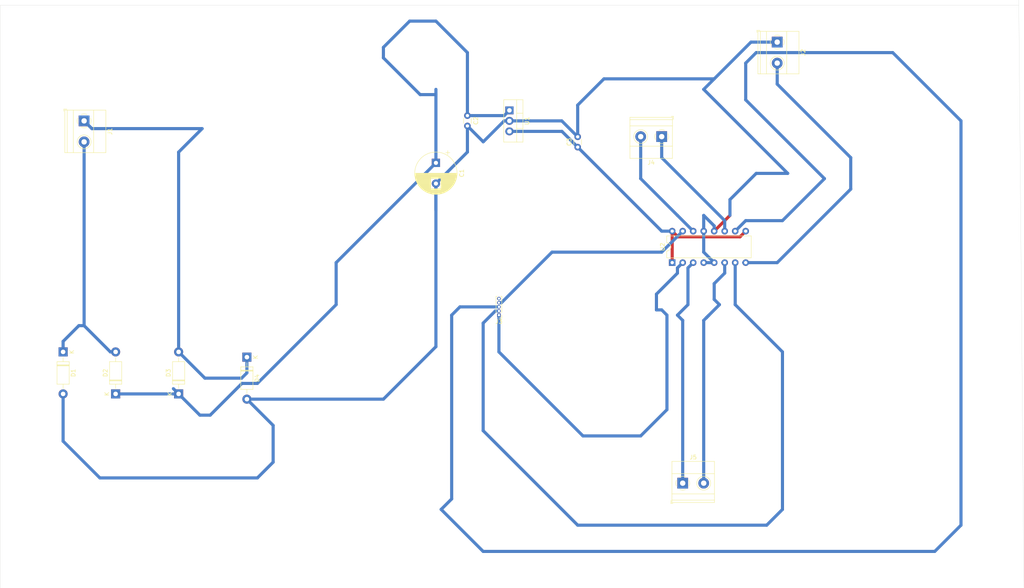
<source format=kicad_pcb>
(kicad_pcb (version 20171130) (host pcbnew "(5.1.12)-1")

  (general
    (thickness 1.6)
    (drawings 4)
    (tracks 141)
    (zones 0)
    (modules 14)
    (nets 16)
  )

  (page A4)
  (layers
    (0 F.Cu signal)
    (31 B.Cu signal)
    (32 B.Adhes user)
    (33 F.Adhes user)
    (34 B.Paste user)
    (35 F.Paste user)
    (36 B.SilkS user)
    (37 F.SilkS user)
    (38 B.Mask user)
    (39 F.Mask user)
    (40 Dwgs.User user)
    (41 Cmts.User user)
    (42 Eco1.User user)
    (43 Eco2.User user)
    (44 Edge.Cuts user)
    (45 Margin user)
    (46 B.CrtYd user)
    (47 F.CrtYd user)
    (48 B.Fab user)
    (49 F.Fab user)
  )

  (setup
    (last_trace_width 0.25)
    (user_trace_width 0.75)
    (trace_clearance 0.2)
    (zone_clearance 0.508)
    (zone_45_only no)
    (trace_min 0.2)
    (via_size 0.8)
    (via_drill 0.4)
    (via_min_size 0.4)
    (via_min_drill 0.3)
    (uvia_size 0.3)
    (uvia_drill 0.1)
    (uvias_allowed no)
    (uvia_min_size 0.2)
    (uvia_min_drill 0.1)
    (edge_width 0.05)
    (segment_width 0.2)
    (pcb_text_width 0.3)
    (pcb_text_size 1.5 1.5)
    (mod_edge_width 0.12)
    (mod_text_size 1 1)
    (mod_text_width 0.15)
    (pad_size 1.524 1.524)
    (pad_drill 0.762)
    (pad_to_mask_clearance 0)
    (aux_axis_origin 0 0)
    (visible_elements 7FFFFFFF)
    (pcbplotparams
      (layerselection 0x010fc_ffffffff)
      (usegerberextensions false)
      (usegerberattributes true)
      (usegerberadvancedattributes true)
      (creategerberjobfile true)
      (excludeedgelayer true)
      (linewidth 0.100000)
      (plotframeref false)
      (viasonmask false)
      (mode 1)
      (useauxorigin false)
      (hpglpennumber 1)
      (hpglpenspeed 20)
      (hpglpendiameter 15.000000)
      (psnegative false)
      (psa4output false)
      (plotreference true)
      (plotvalue true)
      (plotinvisibletext false)
      (padsonsilk false)
      (subtractmaskfromsilk false)
      (outputformat 1)
      (mirror false)
      (drillshape 1)
      (scaleselection 1)
      (outputdirectory ""))
  )

  (net 0 "")
  (net 1 "Net-(C1-Pad1)")
  (net 2 GND)
  (net 3 vcc)
  (net 4 "Net-(D1-Pad1)")
  (net 5 "Net-(D3-Pad2)")
  (net 6 vcc1)
  (net 7 in1)
  (net 8 in2)
  (net 9 in3)
  (net 10 in4)
  (net 11 "Net-(J3-Pad5)")
  (net 12 out4)
  (net 13 out3)
  (net 14 out1)
  (net 15 out2)

  (net_class Default "This is the default net class."
    (clearance 0.2)
    (trace_width 0.25)
    (via_dia 0.8)
    (via_drill 0.4)
    (uvia_dia 0.3)
    (uvia_drill 0.1)
    (add_net GND)
    (add_net "Net-(C1-Pad1)")
    (add_net "Net-(D1-Pad1)")
    (add_net "Net-(D3-Pad2)")
    (add_net "Net-(J3-Pad5)")
    (add_net in1)
    (add_net in2)
    (add_net in3)
    (add_net in4)
    (add_net out1)
    (add_net out2)
    (add_net out3)
    (add_net out4)
    (add_net vcc)
    (add_net vcc1)
  )

  (module Capacitor_THT:CP_Radial_D10.0mm_P5.00mm (layer F.Cu) (tedit 5AE50EF1) (tstamp 61CE2830)
    (at 128.27 54.61 270)
    (descr "CP, Radial series, Radial, pin pitch=5.00mm, , diameter=10mm, Electrolytic Capacitor")
    (tags "CP Radial series Radial pin pitch 5.00mm  diameter 10mm Electrolytic Capacitor")
    (path /61D09153)
    (fp_text reference C1 (at 2.5 -6.25 90) (layer F.SilkS)
      (effects (font (size 1 1) (thickness 0.15)))
    )
    (fp_text value 1000uF (at 2.5 6.25 90) (layer F.Fab)
      (effects (font (size 1 1) (thickness 0.15)))
    )
    (fp_line (start -2.479646 -3.375) (end -2.479646 -2.375) (layer F.SilkS) (width 0.12))
    (fp_line (start -2.979646 -2.875) (end -1.979646 -2.875) (layer F.SilkS) (width 0.12))
    (fp_line (start 7.581 -0.599) (end 7.581 0.599) (layer F.SilkS) (width 0.12))
    (fp_line (start 7.541 -0.862) (end 7.541 0.862) (layer F.SilkS) (width 0.12))
    (fp_line (start 7.501 -1.062) (end 7.501 1.062) (layer F.SilkS) (width 0.12))
    (fp_line (start 7.461 -1.23) (end 7.461 1.23) (layer F.SilkS) (width 0.12))
    (fp_line (start 7.421 -1.378) (end 7.421 1.378) (layer F.SilkS) (width 0.12))
    (fp_line (start 7.381 -1.51) (end 7.381 1.51) (layer F.SilkS) (width 0.12))
    (fp_line (start 7.341 -1.63) (end 7.341 1.63) (layer F.SilkS) (width 0.12))
    (fp_line (start 7.301 -1.742) (end 7.301 1.742) (layer F.SilkS) (width 0.12))
    (fp_line (start 7.261 -1.846) (end 7.261 1.846) (layer F.SilkS) (width 0.12))
    (fp_line (start 7.221 -1.944) (end 7.221 1.944) (layer F.SilkS) (width 0.12))
    (fp_line (start 7.181 -2.037) (end 7.181 2.037) (layer F.SilkS) (width 0.12))
    (fp_line (start 7.141 -2.125) (end 7.141 2.125) (layer F.SilkS) (width 0.12))
    (fp_line (start 7.101 -2.209) (end 7.101 2.209) (layer F.SilkS) (width 0.12))
    (fp_line (start 7.061 -2.289) (end 7.061 2.289) (layer F.SilkS) (width 0.12))
    (fp_line (start 7.021 -2.365) (end 7.021 2.365) (layer F.SilkS) (width 0.12))
    (fp_line (start 6.981 -2.439) (end 6.981 2.439) (layer F.SilkS) (width 0.12))
    (fp_line (start 6.941 -2.51) (end 6.941 2.51) (layer F.SilkS) (width 0.12))
    (fp_line (start 6.901 -2.579) (end 6.901 2.579) (layer F.SilkS) (width 0.12))
    (fp_line (start 6.861 -2.645) (end 6.861 2.645) (layer F.SilkS) (width 0.12))
    (fp_line (start 6.821 -2.709) (end 6.821 2.709) (layer F.SilkS) (width 0.12))
    (fp_line (start 6.781 -2.77) (end 6.781 2.77) (layer F.SilkS) (width 0.12))
    (fp_line (start 6.741 -2.83) (end 6.741 2.83) (layer F.SilkS) (width 0.12))
    (fp_line (start 6.701 -2.889) (end 6.701 2.889) (layer F.SilkS) (width 0.12))
    (fp_line (start 6.661 -2.945) (end 6.661 2.945) (layer F.SilkS) (width 0.12))
    (fp_line (start 6.621 -3) (end 6.621 3) (layer F.SilkS) (width 0.12))
    (fp_line (start 6.581 -3.054) (end 6.581 3.054) (layer F.SilkS) (width 0.12))
    (fp_line (start 6.541 -3.106) (end 6.541 3.106) (layer F.SilkS) (width 0.12))
    (fp_line (start 6.501 -3.156) (end 6.501 3.156) (layer F.SilkS) (width 0.12))
    (fp_line (start 6.461 -3.206) (end 6.461 3.206) (layer F.SilkS) (width 0.12))
    (fp_line (start 6.421 -3.254) (end 6.421 3.254) (layer F.SilkS) (width 0.12))
    (fp_line (start 6.381 -3.301) (end 6.381 3.301) (layer F.SilkS) (width 0.12))
    (fp_line (start 6.341 -3.347) (end 6.341 3.347) (layer F.SilkS) (width 0.12))
    (fp_line (start 6.301 -3.392) (end 6.301 3.392) (layer F.SilkS) (width 0.12))
    (fp_line (start 6.261 -3.436) (end 6.261 3.436) (layer F.SilkS) (width 0.12))
    (fp_line (start 6.221 1.241) (end 6.221 3.478) (layer F.SilkS) (width 0.12))
    (fp_line (start 6.221 -3.478) (end 6.221 -1.241) (layer F.SilkS) (width 0.12))
    (fp_line (start 6.181 1.241) (end 6.181 3.52) (layer F.SilkS) (width 0.12))
    (fp_line (start 6.181 -3.52) (end 6.181 -1.241) (layer F.SilkS) (width 0.12))
    (fp_line (start 6.141 1.241) (end 6.141 3.561) (layer F.SilkS) (width 0.12))
    (fp_line (start 6.141 -3.561) (end 6.141 -1.241) (layer F.SilkS) (width 0.12))
    (fp_line (start 6.101 1.241) (end 6.101 3.601) (layer F.SilkS) (width 0.12))
    (fp_line (start 6.101 -3.601) (end 6.101 -1.241) (layer F.SilkS) (width 0.12))
    (fp_line (start 6.061 1.241) (end 6.061 3.64) (layer F.SilkS) (width 0.12))
    (fp_line (start 6.061 -3.64) (end 6.061 -1.241) (layer F.SilkS) (width 0.12))
    (fp_line (start 6.021 1.241) (end 6.021 3.679) (layer F.SilkS) (width 0.12))
    (fp_line (start 6.021 -3.679) (end 6.021 -1.241) (layer F.SilkS) (width 0.12))
    (fp_line (start 5.981 1.241) (end 5.981 3.716) (layer F.SilkS) (width 0.12))
    (fp_line (start 5.981 -3.716) (end 5.981 -1.241) (layer F.SilkS) (width 0.12))
    (fp_line (start 5.941 1.241) (end 5.941 3.753) (layer F.SilkS) (width 0.12))
    (fp_line (start 5.941 -3.753) (end 5.941 -1.241) (layer F.SilkS) (width 0.12))
    (fp_line (start 5.901 1.241) (end 5.901 3.789) (layer F.SilkS) (width 0.12))
    (fp_line (start 5.901 -3.789) (end 5.901 -1.241) (layer F.SilkS) (width 0.12))
    (fp_line (start 5.861 1.241) (end 5.861 3.824) (layer F.SilkS) (width 0.12))
    (fp_line (start 5.861 -3.824) (end 5.861 -1.241) (layer F.SilkS) (width 0.12))
    (fp_line (start 5.821 1.241) (end 5.821 3.858) (layer F.SilkS) (width 0.12))
    (fp_line (start 5.821 -3.858) (end 5.821 -1.241) (layer F.SilkS) (width 0.12))
    (fp_line (start 5.781 1.241) (end 5.781 3.892) (layer F.SilkS) (width 0.12))
    (fp_line (start 5.781 -3.892) (end 5.781 -1.241) (layer F.SilkS) (width 0.12))
    (fp_line (start 5.741 1.241) (end 5.741 3.925) (layer F.SilkS) (width 0.12))
    (fp_line (start 5.741 -3.925) (end 5.741 -1.241) (layer F.SilkS) (width 0.12))
    (fp_line (start 5.701 1.241) (end 5.701 3.957) (layer F.SilkS) (width 0.12))
    (fp_line (start 5.701 -3.957) (end 5.701 -1.241) (layer F.SilkS) (width 0.12))
    (fp_line (start 5.661 1.241) (end 5.661 3.989) (layer F.SilkS) (width 0.12))
    (fp_line (start 5.661 -3.989) (end 5.661 -1.241) (layer F.SilkS) (width 0.12))
    (fp_line (start 5.621 1.241) (end 5.621 4.02) (layer F.SilkS) (width 0.12))
    (fp_line (start 5.621 -4.02) (end 5.621 -1.241) (layer F.SilkS) (width 0.12))
    (fp_line (start 5.581 1.241) (end 5.581 4.05) (layer F.SilkS) (width 0.12))
    (fp_line (start 5.581 -4.05) (end 5.581 -1.241) (layer F.SilkS) (width 0.12))
    (fp_line (start 5.541 1.241) (end 5.541 4.08) (layer F.SilkS) (width 0.12))
    (fp_line (start 5.541 -4.08) (end 5.541 -1.241) (layer F.SilkS) (width 0.12))
    (fp_line (start 5.501 1.241) (end 5.501 4.11) (layer F.SilkS) (width 0.12))
    (fp_line (start 5.501 -4.11) (end 5.501 -1.241) (layer F.SilkS) (width 0.12))
    (fp_line (start 5.461 1.241) (end 5.461 4.138) (layer F.SilkS) (width 0.12))
    (fp_line (start 5.461 -4.138) (end 5.461 -1.241) (layer F.SilkS) (width 0.12))
    (fp_line (start 5.421 1.241) (end 5.421 4.166) (layer F.SilkS) (width 0.12))
    (fp_line (start 5.421 -4.166) (end 5.421 -1.241) (layer F.SilkS) (width 0.12))
    (fp_line (start 5.381 1.241) (end 5.381 4.194) (layer F.SilkS) (width 0.12))
    (fp_line (start 5.381 -4.194) (end 5.381 -1.241) (layer F.SilkS) (width 0.12))
    (fp_line (start 5.341 1.241) (end 5.341 4.221) (layer F.SilkS) (width 0.12))
    (fp_line (start 5.341 -4.221) (end 5.341 -1.241) (layer F.SilkS) (width 0.12))
    (fp_line (start 5.301 1.241) (end 5.301 4.247) (layer F.SilkS) (width 0.12))
    (fp_line (start 5.301 -4.247) (end 5.301 -1.241) (layer F.SilkS) (width 0.12))
    (fp_line (start 5.261 1.241) (end 5.261 4.273) (layer F.SilkS) (width 0.12))
    (fp_line (start 5.261 -4.273) (end 5.261 -1.241) (layer F.SilkS) (width 0.12))
    (fp_line (start 5.221 1.241) (end 5.221 4.298) (layer F.SilkS) (width 0.12))
    (fp_line (start 5.221 -4.298) (end 5.221 -1.241) (layer F.SilkS) (width 0.12))
    (fp_line (start 5.181 1.241) (end 5.181 4.323) (layer F.SilkS) (width 0.12))
    (fp_line (start 5.181 -4.323) (end 5.181 -1.241) (layer F.SilkS) (width 0.12))
    (fp_line (start 5.141 1.241) (end 5.141 4.347) (layer F.SilkS) (width 0.12))
    (fp_line (start 5.141 -4.347) (end 5.141 -1.241) (layer F.SilkS) (width 0.12))
    (fp_line (start 5.101 1.241) (end 5.101 4.371) (layer F.SilkS) (width 0.12))
    (fp_line (start 5.101 -4.371) (end 5.101 -1.241) (layer F.SilkS) (width 0.12))
    (fp_line (start 5.061 1.241) (end 5.061 4.395) (layer F.SilkS) (width 0.12))
    (fp_line (start 5.061 -4.395) (end 5.061 -1.241) (layer F.SilkS) (width 0.12))
    (fp_line (start 5.021 1.241) (end 5.021 4.417) (layer F.SilkS) (width 0.12))
    (fp_line (start 5.021 -4.417) (end 5.021 -1.241) (layer F.SilkS) (width 0.12))
    (fp_line (start 4.981 1.241) (end 4.981 4.44) (layer F.SilkS) (width 0.12))
    (fp_line (start 4.981 -4.44) (end 4.981 -1.241) (layer F.SilkS) (width 0.12))
    (fp_line (start 4.941 1.241) (end 4.941 4.462) (layer F.SilkS) (width 0.12))
    (fp_line (start 4.941 -4.462) (end 4.941 -1.241) (layer F.SilkS) (width 0.12))
    (fp_line (start 4.901 1.241) (end 4.901 4.483) (layer F.SilkS) (width 0.12))
    (fp_line (start 4.901 -4.483) (end 4.901 -1.241) (layer F.SilkS) (width 0.12))
    (fp_line (start 4.861 1.241) (end 4.861 4.504) (layer F.SilkS) (width 0.12))
    (fp_line (start 4.861 -4.504) (end 4.861 -1.241) (layer F.SilkS) (width 0.12))
    (fp_line (start 4.821 1.241) (end 4.821 4.525) (layer F.SilkS) (width 0.12))
    (fp_line (start 4.821 -4.525) (end 4.821 -1.241) (layer F.SilkS) (width 0.12))
    (fp_line (start 4.781 1.241) (end 4.781 4.545) (layer F.SilkS) (width 0.12))
    (fp_line (start 4.781 -4.545) (end 4.781 -1.241) (layer F.SilkS) (width 0.12))
    (fp_line (start 4.741 1.241) (end 4.741 4.564) (layer F.SilkS) (width 0.12))
    (fp_line (start 4.741 -4.564) (end 4.741 -1.241) (layer F.SilkS) (width 0.12))
    (fp_line (start 4.701 1.241) (end 4.701 4.584) (layer F.SilkS) (width 0.12))
    (fp_line (start 4.701 -4.584) (end 4.701 -1.241) (layer F.SilkS) (width 0.12))
    (fp_line (start 4.661 1.241) (end 4.661 4.603) (layer F.SilkS) (width 0.12))
    (fp_line (start 4.661 -4.603) (end 4.661 -1.241) (layer F.SilkS) (width 0.12))
    (fp_line (start 4.621 1.241) (end 4.621 4.621) (layer F.SilkS) (width 0.12))
    (fp_line (start 4.621 -4.621) (end 4.621 -1.241) (layer F.SilkS) (width 0.12))
    (fp_line (start 4.581 1.241) (end 4.581 4.639) (layer F.SilkS) (width 0.12))
    (fp_line (start 4.581 -4.639) (end 4.581 -1.241) (layer F.SilkS) (width 0.12))
    (fp_line (start 4.541 1.241) (end 4.541 4.657) (layer F.SilkS) (width 0.12))
    (fp_line (start 4.541 -4.657) (end 4.541 -1.241) (layer F.SilkS) (width 0.12))
    (fp_line (start 4.501 1.241) (end 4.501 4.674) (layer F.SilkS) (width 0.12))
    (fp_line (start 4.501 -4.674) (end 4.501 -1.241) (layer F.SilkS) (width 0.12))
    (fp_line (start 4.461 1.241) (end 4.461 4.69) (layer F.SilkS) (width 0.12))
    (fp_line (start 4.461 -4.69) (end 4.461 -1.241) (layer F.SilkS) (width 0.12))
    (fp_line (start 4.421 1.241) (end 4.421 4.707) (layer F.SilkS) (width 0.12))
    (fp_line (start 4.421 -4.707) (end 4.421 -1.241) (layer F.SilkS) (width 0.12))
    (fp_line (start 4.381 1.241) (end 4.381 4.723) (layer F.SilkS) (width 0.12))
    (fp_line (start 4.381 -4.723) (end 4.381 -1.241) (layer F.SilkS) (width 0.12))
    (fp_line (start 4.341 1.241) (end 4.341 4.738) (layer F.SilkS) (width 0.12))
    (fp_line (start 4.341 -4.738) (end 4.341 -1.241) (layer F.SilkS) (width 0.12))
    (fp_line (start 4.301 1.241) (end 4.301 4.754) (layer F.SilkS) (width 0.12))
    (fp_line (start 4.301 -4.754) (end 4.301 -1.241) (layer F.SilkS) (width 0.12))
    (fp_line (start 4.261 1.241) (end 4.261 4.768) (layer F.SilkS) (width 0.12))
    (fp_line (start 4.261 -4.768) (end 4.261 -1.241) (layer F.SilkS) (width 0.12))
    (fp_line (start 4.221 1.241) (end 4.221 4.783) (layer F.SilkS) (width 0.12))
    (fp_line (start 4.221 -4.783) (end 4.221 -1.241) (layer F.SilkS) (width 0.12))
    (fp_line (start 4.181 1.241) (end 4.181 4.797) (layer F.SilkS) (width 0.12))
    (fp_line (start 4.181 -4.797) (end 4.181 -1.241) (layer F.SilkS) (width 0.12))
    (fp_line (start 4.141 1.241) (end 4.141 4.811) (layer F.SilkS) (width 0.12))
    (fp_line (start 4.141 -4.811) (end 4.141 -1.241) (layer F.SilkS) (width 0.12))
    (fp_line (start 4.101 1.241) (end 4.101 4.824) (layer F.SilkS) (width 0.12))
    (fp_line (start 4.101 -4.824) (end 4.101 -1.241) (layer F.SilkS) (width 0.12))
    (fp_line (start 4.061 1.241) (end 4.061 4.837) (layer F.SilkS) (width 0.12))
    (fp_line (start 4.061 -4.837) (end 4.061 -1.241) (layer F.SilkS) (width 0.12))
    (fp_line (start 4.021 1.241) (end 4.021 4.85) (layer F.SilkS) (width 0.12))
    (fp_line (start 4.021 -4.85) (end 4.021 -1.241) (layer F.SilkS) (width 0.12))
    (fp_line (start 3.981 1.241) (end 3.981 4.862) (layer F.SilkS) (width 0.12))
    (fp_line (start 3.981 -4.862) (end 3.981 -1.241) (layer F.SilkS) (width 0.12))
    (fp_line (start 3.941 1.241) (end 3.941 4.874) (layer F.SilkS) (width 0.12))
    (fp_line (start 3.941 -4.874) (end 3.941 -1.241) (layer F.SilkS) (width 0.12))
    (fp_line (start 3.901 1.241) (end 3.901 4.885) (layer F.SilkS) (width 0.12))
    (fp_line (start 3.901 -4.885) (end 3.901 -1.241) (layer F.SilkS) (width 0.12))
    (fp_line (start 3.861 1.241) (end 3.861 4.897) (layer F.SilkS) (width 0.12))
    (fp_line (start 3.861 -4.897) (end 3.861 -1.241) (layer F.SilkS) (width 0.12))
    (fp_line (start 3.821 1.241) (end 3.821 4.907) (layer F.SilkS) (width 0.12))
    (fp_line (start 3.821 -4.907) (end 3.821 -1.241) (layer F.SilkS) (width 0.12))
    (fp_line (start 3.781 1.241) (end 3.781 4.918) (layer F.SilkS) (width 0.12))
    (fp_line (start 3.781 -4.918) (end 3.781 -1.241) (layer F.SilkS) (width 0.12))
    (fp_line (start 3.741 -4.928) (end 3.741 4.928) (layer F.SilkS) (width 0.12))
    (fp_line (start 3.701 -4.938) (end 3.701 4.938) (layer F.SilkS) (width 0.12))
    (fp_line (start 3.661 -4.947) (end 3.661 4.947) (layer F.SilkS) (width 0.12))
    (fp_line (start 3.621 -4.956) (end 3.621 4.956) (layer F.SilkS) (width 0.12))
    (fp_line (start 3.581 -4.965) (end 3.581 4.965) (layer F.SilkS) (width 0.12))
    (fp_line (start 3.541 -4.974) (end 3.541 4.974) (layer F.SilkS) (width 0.12))
    (fp_line (start 3.501 -4.982) (end 3.501 4.982) (layer F.SilkS) (width 0.12))
    (fp_line (start 3.461 -4.99) (end 3.461 4.99) (layer F.SilkS) (width 0.12))
    (fp_line (start 3.421 -4.997) (end 3.421 4.997) (layer F.SilkS) (width 0.12))
    (fp_line (start 3.381 -5.004) (end 3.381 5.004) (layer F.SilkS) (width 0.12))
    (fp_line (start 3.341 -5.011) (end 3.341 5.011) (layer F.SilkS) (width 0.12))
    (fp_line (start 3.301 -5.018) (end 3.301 5.018) (layer F.SilkS) (width 0.12))
    (fp_line (start 3.261 -5.024) (end 3.261 5.024) (layer F.SilkS) (width 0.12))
    (fp_line (start 3.221 -5.03) (end 3.221 5.03) (layer F.SilkS) (width 0.12))
    (fp_line (start 3.18 -5.035) (end 3.18 5.035) (layer F.SilkS) (width 0.12))
    (fp_line (start 3.14 -5.04) (end 3.14 5.04) (layer F.SilkS) (width 0.12))
    (fp_line (start 3.1 -5.045) (end 3.1 5.045) (layer F.SilkS) (width 0.12))
    (fp_line (start 3.06 -5.05) (end 3.06 5.05) (layer F.SilkS) (width 0.12))
    (fp_line (start 3.02 -5.054) (end 3.02 5.054) (layer F.SilkS) (width 0.12))
    (fp_line (start 2.98 -5.058) (end 2.98 5.058) (layer F.SilkS) (width 0.12))
    (fp_line (start 2.94 -5.062) (end 2.94 5.062) (layer F.SilkS) (width 0.12))
    (fp_line (start 2.9 -5.065) (end 2.9 5.065) (layer F.SilkS) (width 0.12))
    (fp_line (start 2.86 -5.068) (end 2.86 5.068) (layer F.SilkS) (width 0.12))
    (fp_line (start 2.82 -5.07) (end 2.82 5.07) (layer F.SilkS) (width 0.12))
    (fp_line (start 2.78 -5.073) (end 2.78 5.073) (layer F.SilkS) (width 0.12))
    (fp_line (start 2.74 -5.075) (end 2.74 5.075) (layer F.SilkS) (width 0.12))
    (fp_line (start 2.7 -5.077) (end 2.7 5.077) (layer F.SilkS) (width 0.12))
    (fp_line (start 2.66 -5.078) (end 2.66 5.078) (layer F.SilkS) (width 0.12))
    (fp_line (start 2.62 -5.079) (end 2.62 5.079) (layer F.SilkS) (width 0.12))
    (fp_line (start 2.58 -5.08) (end 2.58 5.08) (layer F.SilkS) (width 0.12))
    (fp_line (start 2.54 -5.08) (end 2.54 5.08) (layer F.SilkS) (width 0.12))
    (fp_line (start 2.5 -5.08) (end 2.5 5.08) (layer F.SilkS) (width 0.12))
    (fp_line (start -1.288861 -2.6875) (end -1.288861 -1.6875) (layer F.Fab) (width 0.1))
    (fp_line (start -1.788861 -2.1875) (end -0.788861 -2.1875) (layer F.Fab) (width 0.1))
    (fp_circle (center 2.5 0) (end 7.75 0) (layer F.CrtYd) (width 0.05))
    (fp_circle (center 2.5 0) (end 7.62 0) (layer F.SilkS) (width 0.12))
    (fp_circle (center 2.5 0) (end 7.5 0) (layer F.Fab) (width 0.1))
    (fp_text user %R (at 2.5 0 90) (layer F.Fab)
      (effects (font (size 1 1) (thickness 0.15)))
    )
    (pad 1 thru_hole rect (at 0 0 270) (size 2 2) (drill 1) (layers *.Cu *.Mask)
      (net 1 "Net-(C1-Pad1)"))
    (pad 2 thru_hole circle (at 5 0 270) (size 2 2) (drill 1) (layers *.Cu *.Mask)
      (net 2 GND))
    (model ${KISYS3DMOD}/Capacitor_THT.3dshapes/CP_Radial_D10.0mm_P5.00mm.wrl
      (at (xyz 0 0 0))
      (scale (xyz 1 1 1))
      (rotate (xyz 0 0 0))
    )
  )

  (module Capacitor_THT:C_Disc_D3.0mm_W1.6mm_P2.50mm (layer F.Cu) (tedit 5AE50EF0) (tstamp 61CE2841)
    (at 135.89 43.18 270)
    (descr "C, Disc series, Radial, pin pitch=2.50mm, , diameter*width=3.0*1.6mm^2, Capacitor, http://www.vishay.com/docs/45233/krseries.pdf")
    (tags "C Disc series Radial pin pitch 2.50mm  diameter 3.0mm width 1.6mm Capacitor")
    (path /61CD9336)
    (fp_text reference C2 (at 1.25 -2.05 90) (layer F.SilkS)
      (effects (font (size 1 1) (thickness 0.15)))
    )
    (fp_text value 104 (at 1.25 2.05 90) (layer F.Fab)
      (effects (font (size 1 1) (thickness 0.15)))
    )
    (fp_line (start 3.55 -1.05) (end -1.05 -1.05) (layer F.CrtYd) (width 0.05))
    (fp_line (start 3.55 1.05) (end 3.55 -1.05) (layer F.CrtYd) (width 0.05))
    (fp_line (start -1.05 1.05) (end 3.55 1.05) (layer F.CrtYd) (width 0.05))
    (fp_line (start -1.05 -1.05) (end -1.05 1.05) (layer F.CrtYd) (width 0.05))
    (fp_line (start 0.621 0.92) (end 1.879 0.92) (layer F.SilkS) (width 0.12))
    (fp_line (start 0.621 -0.92) (end 1.879 -0.92) (layer F.SilkS) (width 0.12))
    (fp_line (start 2.75 -0.8) (end -0.25 -0.8) (layer F.Fab) (width 0.1))
    (fp_line (start 2.75 0.8) (end 2.75 -0.8) (layer F.Fab) (width 0.1))
    (fp_line (start -0.25 0.8) (end 2.75 0.8) (layer F.Fab) (width 0.1))
    (fp_line (start -0.25 -0.8) (end -0.25 0.8) (layer F.Fab) (width 0.1))
    (fp_text user %R (at 0 16.51 90) (layer F.Fab)
      (effects (font (size 0.6 0.6) (thickness 0.09)))
    )
    (pad 1 thru_hole circle (at 0 0 270) (size 1.6 1.6) (drill 0.8) (layers *.Cu *.Mask)
      (net 1 "Net-(C1-Pad1)"))
    (pad 2 thru_hole circle (at 2.5 0 270) (size 1.6 1.6) (drill 0.8) (layers *.Cu *.Mask)
      (net 2 GND))
    (model ${KISYS3DMOD}/Capacitor_THT.3dshapes/C_Disc_D3.0mm_W1.6mm_P2.50mm.wrl
      (at (xyz 0 0 0))
      (scale (xyz 1 1 1))
      (rotate (xyz 0 0 0))
    )
  )

  (module Capacitor_THT:C_Disc_D3.0mm_W1.6mm_P2.50mm (layer F.Cu) (tedit 5AE50EF0) (tstamp 61CE2852)
    (at 162.56 50.8 90)
    (descr "C, Disc series, Radial, pin pitch=2.50mm, , diameter*width=3.0*1.6mm^2, Capacitor, http://www.vishay.com/docs/45233/krseries.pdf")
    (tags "C Disc series Radial pin pitch 2.50mm  diameter 3.0mm width 1.6mm Capacitor")
    (path /61CDADBC)
    (fp_text reference C3 (at 1.25 -2.05 90) (layer F.SilkS)
      (effects (font (size 1 1) (thickness 0.15)))
    )
    (fp_text value 104 (at -3.81 0 90) (layer F.Fab)
      (effects (font (size 1 1) (thickness 0.15)))
    )
    (fp_line (start -0.25 -0.8) (end -0.25 0.8) (layer F.Fab) (width 0.1))
    (fp_line (start -0.25 0.8) (end 2.75 0.8) (layer F.Fab) (width 0.1))
    (fp_line (start 2.75 0.8) (end 2.75 -0.8) (layer F.Fab) (width 0.1))
    (fp_line (start 2.75 -0.8) (end -0.25 -0.8) (layer F.Fab) (width 0.1))
    (fp_line (start 0.621 -0.92) (end 1.879 -0.92) (layer F.SilkS) (width 0.12))
    (fp_line (start 0.621 0.92) (end 1.879 0.92) (layer F.SilkS) (width 0.12))
    (fp_line (start -1.05 -1.05) (end -1.05 1.05) (layer F.CrtYd) (width 0.05))
    (fp_line (start -1.05 1.05) (end 3.55 1.05) (layer F.CrtYd) (width 0.05))
    (fp_line (start 3.55 1.05) (end 3.55 -1.05) (layer F.CrtYd) (width 0.05))
    (fp_line (start 3.55 -1.05) (end -1.05 -1.05) (layer F.CrtYd) (width 0.05))
    (fp_text user %R (at 0 -3.81 90) (layer F.Fab)
      (effects (font (size 0.6 0.6) (thickness 0.09)))
    )
    (pad 2 thru_hole circle (at 2.5 0 90) (size 1.6 1.6) (drill 0.8) (layers *.Cu *.Mask)
      (net 2 GND))
    (pad 1 thru_hole circle (at 0 0 90) (size 1.6 1.6) (drill 0.8) (layers *.Cu *.Mask)
      (net 3 vcc))
    (model ${KISYS3DMOD}/Capacitor_THT.3dshapes/C_Disc_D3.0mm_W1.6mm_P2.50mm.wrl
      (at (xyz 0 0 0))
      (scale (xyz 1 1 1))
      (rotate (xyz 0 0 0))
    )
  )

  (module Diode_THT:D_DO-41_SOD81_P10.16mm_Horizontal (layer F.Cu) (tedit 5AE50CD5) (tstamp 61CE2871)
    (at 38.1 100.33 270)
    (descr "Diode, DO-41_SOD81 series, Axial, Horizontal, pin pitch=10.16mm, , length*diameter=5.2*2.7mm^2, , http://www.diodes.com/_files/packages/DO-41%20(Plastic).pdf")
    (tags "Diode DO-41_SOD81 series Axial Horizontal pin pitch 10.16mm  length 5.2mm diameter 2.7mm")
    (path /61CE0BC2)
    (fp_text reference D1 (at 5.08 -2.47 90) (layer F.SilkS)
      (effects (font (size 1 1) (thickness 0.15)))
    )
    (fp_text value 1N4007 (at 5.08 2.47 90) (layer F.Fab)
      (effects (font (size 1 1) (thickness 0.15)))
    )
    (fp_line (start 11.51 -1.6) (end -1.35 -1.6) (layer F.CrtYd) (width 0.05))
    (fp_line (start 11.51 1.6) (end 11.51 -1.6) (layer F.CrtYd) (width 0.05))
    (fp_line (start -1.35 1.6) (end 11.51 1.6) (layer F.CrtYd) (width 0.05))
    (fp_line (start -1.35 -1.6) (end -1.35 1.6) (layer F.CrtYd) (width 0.05))
    (fp_line (start 3.14 -1.47) (end 3.14 1.47) (layer F.SilkS) (width 0.12))
    (fp_line (start 3.38 -1.47) (end 3.38 1.47) (layer F.SilkS) (width 0.12))
    (fp_line (start 3.26 -1.47) (end 3.26 1.47) (layer F.SilkS) (width 0.12))
    (fp_line (start 8.82 0) (end 7.8 0) (layer F.SilkS) (width 0.12))
    (fp_line (start 1.34 0) (end 2.36 0) (layer F.SilkS) (width 0.12))
    (fp_line (start 7.8 -1.47) (end 2.36 -1.47) (layer F.SilkS) (width 0.12))
    (fp_line (start 7.8 1.47) (end 7.8 -1.47) (layer F.SilkS) (width 0.12))
    (fp_line (start 2.36 1.47) (end 7.8 1.47) (layer F.SilkS) (width 0.12))
    (fp_line (start 2.36 -1.47) (end 2.36 1.47) (layer F.SilkS) (width 0.12))
    (fp_line (start 3.16 -1.35) (end 3.16 1.35) (layer F.Fab) (width 0.1))
    (fp_line (start 3.36 -1.35) (end 3.36 1.35) (layer F.Fab) (width 0.1))
    (fp_line (start 3.26 -1.35) (end 3.26 1.35) (layer F.Fab) (width 0.1))
    (fp_line (start 10.16 0) (end 7.68 0) (layer F.Fab) (width 0.1))
    (fp_line (start 0 0) (end 2.48 0) (layer F.Fab) (width 0.1))
    (fp_line (start 7.68 -1.35) (end 2.48 -1.35) (layer F.Fab) (width 0.1))
    (fp_line (start 7.68 1.35) (end 7.68 -1.35) (layer F.Fab) (width 0.1))
    (fp_line (start 2.48 1.35) (end 7.68 1.35) (layer F.Fab) (width 0.1))
    (fp_line (start 2.48 -1.35) (end 2.48 1.35) (layer F.Fab) (width 0.1))
    (fp_text user %R (at 1.164999 -7.015001 90) (layer F.Fab)
      (effects (font (size 1 1) (thickness 0.15)))
    )
    (fp_text user K (at 0 -2.1 90) (layer F.Fab)
      (effects (font (size 1 1) (thickness 0.15)))
    )
    (fp_text user K (at 0 -2.1 90) (layer F.SilkS)
      (effects (font (size 1 1) (thickness 0.15)))
    )
    (pad 1 thru_hole rect (at 0 0 270) (size 2.2 2.2) (drill 1.1) (layers *.Cu *.Mask)
      (net 4 "Net-(D1-Pad1)"))
    (pad 2 thru_hole oval (at 10.16 0 270) (size 2.2 2.2) (drill 1.1) (layers *.Cu *.Mask)
      (net 2 GND))
    (model ${KISYS3DMOD}/Diode_THT.3dshapes/D_DO-41_SOD81_P10.16mm_Horizontal.wrl
      (at (xyz 0 0 0))
      (scale (xyz 1 1 1))
      (rotate (xyz 0 0 0))
    )
  )

  (module Diode_THT:D_DO-41_SOD81_P10.16mm_Horizontal (layer F.Cu) (tedit 5AE50CD5) (tstamp 61CE2890)
    (at 50.8 110.49 90)
    (descr "Diode, DO-41_SOD81 series, Axial, Horizontal, pin pitch=10.16mm, , length*diameter=5.2*2.7mm^2, , http://www.diodes.com/_files/packages/DO-41%20(Plastic).pdf")
    (tags "Diode DO-41_SOD81 series Axial Horizontal pin pitch 10.16mm  length 5.2mm diameter 2.7mm")
    (path /61CE34EB)
    (fp_text reference D2 (at 5.08 -2.47 90) (layer F.SilkS)
      (effects (font (size 1 1) (thickness 0.15)))
    )
    (fp_text value 1N4007 (at 5.08 2.47 90) (layer F.Fab)
      (effects (font (size 1 1) (thickness 0.15)))
    )
    (fp_line (start 2.48 -1.35) (end 2.48 1.35) (layer F.Fab) (width 0.1))
    (fp_line (start 2.48 1.35) (end 7.68 1.35) (layer F.Fab) (width 0.1))
    (fp_line (start 7.68 1.35) (end 7.68 -1.35) (layer F.Fab) (width 0.1))
    (fp_line (start 7.68 -1.35) (end 2.48 -1.35) (layer F.Fab) (width 0.1))
    (fp_line (start 0 0) (end 2.48 0) (layer F.Fab) (width 0.1))
    (fp_line (start 10.16 0) (end 7.68 0) (layer F.Fab) (width 0.1))
    (fp_line (start 3.26 -1.35) (end 3.26 1.35) (layer F.Fab) (width 0.1))
    (fp_line (start 3.36 -1.35) (end 3.36 1.35) (layer F.Fab) (width 0.1))
    (fp_line (start 3.16 -1.35) (end 3.16 1.35) (layer F.Fab) (width 0.1))
    (fp_line (start 2.36 -1.47) (end 2.36 1.47) (layer F.SilkS) (width 0.12))
    (fp_line (start 2.36 1.47) (end 7.8 1.47) (layer F.SilkS) (width 0.12))
    (fp_line (start 7.8 1.47) (end 7.8 -1.47) (layer F.SilkS) (width 0.12))
    (fp_line (start 7.8 -1.47) (end 2.36 -1.47) (layer F.SilkS) (width 0.12))
    (fp_line (start 1.34 0) (end 2.36 0) (layer F.SilkS) (width 0.12))
    (fp_line (start 8.82 0) (end 7.8 0) (layer F.SilkS) (width 0.12))
    (fp_line (start 3.26 -1.47) (end 3.26 1.47) (layer F.SilkS) (width 0.12))
    (fp_line (start 3.38 -1.47) (end 3.38 1.47) (layer F.SilkS) (width 0.12))
    (fp_line (start 3.14 -1.47) (end 3.14 1.47) (layer F.SilkS) (width 0.12))
    (fp_line (start -1.35 -1.6) (end -1.35 1.6) (layer F.CrtYd) (width 0.05))
    (fp_line (start -1.35 1.6) (end 11.51 1.6) (layer F.CrtYd) (width 0.05))
    (fp_line (start 11.51 1.6) (end 11.51 -1.6) (layer F.CrtYd) (width 0.05))
    (fp_line (start 11.51 -1.6) (end -1.35 -1.6) (layer F.CrtYd) (width 0.05))
    (fp_text user K (at 0 -2.1 90) (layer F.SilkS)
      (effects (font (size 1 1) (thickness 0.15)))
    )
    (fp_text user K (at 0 -2.1 90) (layer F.Fab)
      (effects (font (size 1 1) (thickness 0.15)))
    )
    (fp_text user %R (at -5.08 0 90) (layer F.Fab)
      (effects (font (size 1 1) (thickness 0.15)))
    )
    (pad 2 thru_hole oval (at 10.16 0 90) (size 2.2 2.2) (drill 1.1) (layers *.Cu *.Mask)
      (net 4 "Net-(D1-Pad1)"))
    (pad 1 thru_hole rect (at 0 0 90) (size 2.2 2.2) (drill 1.1) (layers *.Cu *.Mask)
      (net 1 "Net-(C1-Pad1)"))
    (model ${KISYS3DMOD}/Diode_THT.3dshapes/D_DO-41_SOD81_P10.16mm_Horizontal.wrl
      (at (xyz 0 0 0))
      (scale (xyz 1 1 1))
      (rotate (xyz 0 0 0))
    )
  )

  (module Diode_THT:D_DO-41_SOD81_P10.16mm_Horizontal (layer F.Cu) (tedit 5AE50CD5) (tstamp 61CE28AF)
    (at 66.04 110.49 90)
    (descr "Diode, DO-41_SOD81 series, Axial, Horizontal, pin pitch=10.16mm, , length*diameter=5.2*2.7mm^2, , http://www.diodes.com/_files/packages/DO-41%20(Plastic).pdf")
    (tags "Diode DO-41_SOD81 series Axial Horizontal pin pitch 10.16mm  length 5.2mm diameter 2.7mm")
    (path /61CE79B3)
    (fp_text reference D3 (at 5.08 -2.47 90) (layer F.SilkS)
      (effects (font (size 1 1) (thickness 0.15)))
    )
    (fp_text value 1N4007 (at 5.08 2.47 90) (layer F.Fab)
      (effects (font (size 1 1) (thickness 0.15)))
    )
    (fp_line (start 11.51 -1.6) (end -1.35 -1.6) (layer F.CrtYd) (width 0.05))
    (fp_line (start 11.51 1.6) (end 11.51 -1.6) (layer F.CrtYd) (width 0.05))
    (fp_line (start -1.35 1.6) (end 11.51 1.6) (layer F.CrtYd) (width 0.05))
    (fp_line (start -1.35 -1.6) (end -1.35 1.6) (layer F.CrtYd) (width 0.05))
    (fp_line (start 3.14 -1.47) (end 3.14 1.47) (layer F.SilkS) (width 0.12))
    (fp_line (start 3.38 -1.47) (end 3.38 1.47) (layer F.SilkS) (width 0.12))
    (fp_line (start 3.26 -1.47) (end 3.26 1.47) (layer F.SilkS) (width 0.12))
    (fp_line (start 8.82 0) (end 7.8 0) (layer F.SilkS) (width 0.12))
    (fp_line (start 1.34 0) (end 2.36 0) (layer F.SilkS) (width 0.12))
    (fp_line (start 7.8 -1.47) (end 2.36 -1.47) (layer F.SilkS) (width 0.12))
    (fp_line (start 7.8 1.47) (end 7.8 -1.47) (layer F.SilkS) (width 0.12))
    (fp_line (start 2.36 1.47) (end 7.8 1.47) (layer F.SilkS) (width 0.12))
    (fp_line (start 2.36 -1.47) (end 2.36 1.47) (layer F.SilkS) (width 0.12))
    (fp_line (start 3.16 -1.35) (end 3.16 1.35) (layer F.Fab) (width 0.1))
    (fp_line (start 3.36 -1.35) (end 3.36 1.35) (layer F.Fab) (width 0.1))
    (fp_line (start 3.26 -1.35) (end 3.26 1.35) (layer F.Fab) (width 0.1))
    (fp_line (start 10.16 0) (end 7.68 0) (layer F.Fab) (width 0.1))
    (fp_line (start 0 0) (end 2.48 0) (layer F.Fab) (width 0.1))
    (fp_line (start 7.68 -1.35) (end 2.48 -1.35) (layer F.Fab) (width 0.1))
    (fp_line (start 7.68 1.35) (end 7.68 -1.35) (layer F.Fab) (width 0.1))
    (fp_line (start 2.48 1.35) (end 7.68 1.35) (layer F.Fab) (width 0.1))
    (fp_line (start 2.48 -1.35) (end 2.48 1.35) (layer F.Fab) (width 0.1))
    (fp_text user %R (at 21.59 -1.27 -90) (layer F.Fab)
      (effects (font (size 1 1) (thickness 0.15)))
    )
    (fp_text user K (at 0 -2.1 90) (layer F.Fab)
      (effects (font (size 1 1) (thickness 0.15)))
    )
    (fp_text user K (at 0 -2.1 90) (layer F.SilkS)
      (effects (font (size 1 1) (thickness 0.15)))
    )
    (pad 1 thru_hole rect (at 0 0 90) (size 2.2 2.2) (drill 1.1) (layers *.Cu *.Mask)
      (net 1 "Net-(C1-Pad1)"))
    (pad 2 thru_hole oval (at 10.16 0 90) (size 2.2 2.2) (drill 1.1) (layers *.Cu *.Mask)
      (net 5 "Net-(D3-Pad2)"))
    (model ${KISYS3DMOD}/Diode_THT.3dshapes/D_DO-41_SOD81_P10.16mm_Horizontal.wrl
      (at (xyz 0 0 0))
      (scale (xyz 1 1 1))
      (rotate (xyz 0 0 0))
    )
  )

  (module Diode_THT:D_DO-41_SOD81_P10.16mm_Horizontal (layer F.Cu) (tedit 5AE50CD5) (tstamp 61CE28CE)
    (at 82.55 101.6 270)
    (descr "Diode, DO-41_SOD81 series, Axial, Horizontal, pin pitch=10.16mm, , length*diameter=5.2*2.7mm^2, , http://www.diodes.com/_files/packages/DO-41%20(Plastic).pdf")
    (tags "Diode DO-41_SOD81 series Axial Horizontal pin pitch 10.16mm  length 5.2mm diameter 2.7mm")
    (path /61CE8754)
    (fp_text reference D4 (at 5.08 -2.47 90) (layer F.SilkS)
      (effects (font (size 1 1) (thickness 0.15)))
    )
    (fp_text value 1N4007 (at 5.08 2.47 90) (layer F.Fab)
      (effects (font (size 1 1) (thickness 0.15)))
    )
    (fp_line (start 2.48 -1.35) (end 2.48 1.35) (layer F.Fab) (width 0.1))
    (fp_line (start 2.48 1.35) (end 7.68 1.35) (layer F.Fab) (width 0.1))
    (fp_line (start 7.68 1.35) (end 7.68 -1.35) (layer F.Fab) (width 0.1))
    (fp_line (start 7.68 -1.35) (end 2.48 -1.35) (layer F.Fab) (width 0.1))
    (fp_line (start 0 0) (end 2.48 0) (layer F.Fab) (width 0.1))
    (fp_line (start 10.16 0) (end 7.68 0) (layer F.Fab) (width 0.1))
    (fp_line (start 3.26 -1.35) (end 3.26 1.35) (layer F.Fab) (width 0.1))
    (fp_line (start 3.36 -1.35) (end 3.36 1.35) (layer F.Fab) (width 0.1))
    (fp_line (start 3.16 -1.35) (end 3.16 1.35) (layer F.Fab) (width 0.1))
    (fp_line (start 2.36 -1.47) (end 2.36 1.47) (layer F.SilkS) (width 0.12))
    (fp_line (start 2.36 1.47) (end 7.8 1.47) (layer F.SilkS) (width 0.12))
    (fp_line (start 7.8 1.47) (end 7.8 -1.47) (layer F.SilkS) (width 0.12))
    (fp_line (start 7.8 -1.47) (end 2.36 -1.47) (layer F.SilkS) (width 0.12))
    (fp_line (start 1.34 0) (end 2.36 0) (layer F.SilkS) (width 0.12))
    (fp_line (start 8.82 0) (end 7.8 0) (layer F.SilkS) (width 0.12))
    (fp_line (start 3.26 -1.47) (end 3.26 1.47) (layer F.SilkS) (width 0.12))
    (fp_line (start 3.38 -1.47) (end 3.38 1.47) (layer F.SilkS) (width 0.12))
    (fp_line (start 3.14 -1.47) (end 3.14 1.47) (layer F.SilkS) (width 0.12))
    (fp_line (start -1.35 -1.6) (end -1.35 1.6) (layer F.CrtYd) (width 0.05))
    (fp_line (start -1.35 1.6) (end 11.51 1.6) (layer F.CrtYd) (width 0.05))
    (fp_line (start 11.51 1.6) (end 11.51 -1.6) (layer F.CrtYd) (width 0.05))
    (fp_line (start 11.51 -1.6) (end -1.35 -1.6) (layer F.CrtYd) (width 0.05))
    (fp_text user K (at 0 -2.1 90) (layer F.SilkS)
      (effects (font (size 1 1) (thickness 0.15)))
    )
    (fp_text user K (at 0 -2.1 90) (layer F.Fab)
      (effects (font (size 1 1) (thickness 0.15)))
    )
    (fp_text user %R (at 3.36 1.35 90) (layer F.Fab)
      (effects (font (size 1 1) (thickness 0.15)))
    )
    (pad 2 thru_hole oval (at 10.16 0 270) (size 2.2 2.2) (drill 1.1) (layers *.Cu *.Mask)
      (net 2 GND))
    (pad 1 thru_hole rect (at 0 0 270) (size 2.2 2.2) (drill 1.1) (layers *.Cu *.Mask)
      (net 5 "Net-(D3-Pad2)"))
    (model ${KISYS3DMOD}/Diode_THT.3dshapes/D_DO-41_SOD81_P10.16mm_Horizontal.wrl
      (at (xyz 0 0 0))
      (scale (xyz 1 1 1))
      (rotate (xyz 0 0 0))
    )
  )

  (module TerminalBlock_Phoenix:TerminalBlock_Phoenix_MKDS-1,5-2-5.08_1x02_P5.08mm_Horizontal (layer F.Cu) (tedit 5B294EBC) (tstamp 61CE28FA)
    (at 43.18 44.45 270)
    (descr "Terminal Block Phoenix MKDS-1,5-2-5.08, 2 pins, pitch 5.08mm, size 10.2x9.8mm^2, drill diamater 1.3mm, pad diameter 2.6mm, see http://www.farnell.com/datasheets/100425.pdf, script-generated using https://github.com/pointhi/kicad-footprint-generator/scripts/TerminalBlock_Phoenix")
    (tags "THT Terminal Block Phoenix MKDS-1,5-2-5.08 pitch 5.08mm size 10.2x9.8mm^2 drill 1.3mm pad 2.6mm")
    (path /61CDBFD7)
    (fp_text reference J1 (at 2.54 -6.26 90) (layer F.SilkS)
      (effects (font (size 1 1) (thickness 0.15)))
    )
    (fp_text value Screw_Terminal_01x02 (at 2.54 5.66 90) (layer F.Fab)
      (effects (font (size 1 1) (thickness 0.15)))
    )
    (fp_line (start 8.13 -5.71) (end -3.04 -5.71) (layer F.CrtYd) (width 0.05))
    (fp_line (start 8.13 5.1) (end 8.13 -5.71) (layer F.CrtYd) (width 0.05))
    (fp_line (start -3.04 5.1) (end 8.13 5.1) (layer F.CrtYd) (width 0.05))
    (fp_line (start -3.04 -5.71) (end -3.04 5.1) (layer F.CrtYd) (width 0.05))
    (fp_line (start -2.84 4.9) (end -2.34 4.9) (layer F.SilkS) (width 0.12))
    (fp_line (start -2.84 4.16) (end -2.84 4.9) (layer F.SilkS) (width 0.12))
    (fp_line (start 3.853 1.023) (end 3.806 1.069) (layer F.SilkS) (width 0.12))
    (fp_line (start 6.15 -1.275) (end 6.115 -1.239) (layer F.SilkS) (width 0.12))
    (fp_line (start 4.046 1.239) (end 4.011 1.274) (layer F.SilkS) (width 0.12))
    (fp_line (start 6.355 -1.069) (end 6.308 -1.023) (layer F.SilkS) (width 0.12))
    (fp_line (start 6.035 -1.138) (end 3.943 0.955) (layer F.Fab) (width 0.1))
    (fp_line (start 6.218 -0.955) (end 4.126 1.138) (layer F.Fab) (width 0.1))
    (fp_line (start 0.955 -1.138) (end -1.138 0.955) (layer F.Fab) (width 0.1))
    (fp_line (start 1.138 -0.955) (end -0.955 1.138) (layer F.Fab) (width 0.1))
    (fp_line (start 7.68 -5.261) (end 7.68 4.66) (layer F.SilkS) (width 0.12))
    (fp_line (start -2.6 -5.261) (end -2.6 4.66) (layer F.SilkS) (width 0.12))
    (fp_line (start -2.6 4.66) (end 7.68 4.66) (layer F.SilkS) (width 0.12))
    (fp_line (start -2.6 -5.261) (end 7.68 -5.261) (layer F.SilkS) (width 0.12))
    (fp_line (start -2.6 -2.301) (end 7.68 -2.301) (layer F.SilkS) (width 0.12))
    (fp_line (start -2.54 -2.3) (end 7.62 -2.3) (layer F.Fab) (width 0.1))
    (fp_line (start -2.6 2.6) (end 7.68 2.6) (layer F.SilkS) (width 0.12))
    (fp_line (start -2.54 2.6) (end 7.62 2.6) (layer F.Fab) (width 0.1))
    (fp_line (start -2.6 4.1) (end 7.68 4.1) (layer F.SilkS) (width 0.12))
    (fp_line (start -2.54 4.1) (end 7.62 4.1) (layer F.Fab) (width 0.1))
    (fp_line (start -2.54 4.1) (end -2.54 -5.2) (layer F.Fab) (width 0.1))
    (fp_line (start -2.04 4.6) (end -2.54 4.1) (layer F.Fab) (width 0.1))
    (fp_line (start 7.62 4.6) (end -2.04 4.6) (layer F.Fab) (width 0.1))
    (fp_line (start 7.62 -5.2) (end 7.62 4.6) (layer F.Fab) (width 0.1))
    (fp_line (start -2.54 -5.2) (end 7.62 -5.2) (layer F.Fab) (width 0.1))
    (fp_circle (center 5.08 0) (end 6.76 0) (layer F.SilkS) (width 0.12))
    (fp_circle (center 5.08 0) (end 6.58 0) (layer F.Fab) (width 0.1))
    (fp_circle (center 0 0) (end 1.5 0) (layer F.Fab) (width 0.1))
    (fp_arc (start 0 0) (end 0 1.68) (angle -24) (layer F.SilkS) (width 0.12))
    (fp_arc (start 0 0) (end 1.535 0.684) (angle -48) (layer F.SilkS) (width 0.12))
    (fp_arc (start 0 0) (end 0.684 -1.535) (angle -48) (layer F.SilkS) (width 0.12))
    (fp_arc (start 0 0) (end -1.535 -0.684) (angle -48) (layer F.SilkS) (width 0.12))
    (fp_arc (start 0 0) (end -0.684 1.535) (angle -25) (layer F.SilkS) (width 0.12))
    (fp_text user %R (at 2.54 3.2 90) (layer F.Fab)
      (effects (font (size 1 1) (thickness 0.15)))
    )
    (pad 1 thru_hole rect (at 0 0 270) (size 2.6 2.6) (drill 1.3) (layers *.Cu *.Mask)
      (net 5 "Net-(D3-Pad2)"))
    (pad 2 thru_hole circle (at 5.08 0 270) (size 2.6 2.6) (drill 1.3) (layers *.Cu *.Mask)
      (net 4 "Net-(D1-Pad1)"))
    (model ${KISYS3DMOD}/TerminalBlock_Phoenix.3dshapes/TerminalBlock_Phoenix_MKDS-1,5-2-5.08_1x02_P5.08mm_Horizontal.wrl
      (at (xyz 0 0 0))
      (scale (xyz 1 1 1))
      (rotate (xyz 0 0 0))
    )
  )

  (module TerminalBlock_Phoenix:TerminalBlock_Phoenix_MKDS-1,5-2-5.08_1x02_P5.08mm_Horizontal (layer F.Cu) (tedit 5B294EBC) (tstamp 61CE2926)
    (at 210.82 25.4 270)
    (descr "Terminal Block Phoenix MKDS-1,5-2-5.08, 2 pins, pitch 5.08mm, size 10.2x9.8mm^2, drill diamater 1.3mm, pad diameter 2.6mm, see http://www.farnell.com/datasheets/100425.pdf, script-generated using https://github.com/pointhi/kicad-footprint-generator/scripts/TerminalBlock_Phoenix")
    (tags "THT Terminal Block Phoenix MKDS-1,5-2-5.08 pitch 5.08mm size 10.2x9.8mm^2 drill 1.3mm pad 2.6mm")
    (path /61CE5A7F)
    (fp_text reference J2 (at 2.54 -6.26 90) (layer F.SilkS)
      (effects (font (size 1 1) (thickness 0.15)))
    )
    (fp_text value Screw_Terminal_01x02 (at 2.54 5.66 90) (layer F.Fab)
      (effects (font (size 1 1) (thickness 0.15)))
    )
    (fp_circle (center 0 0) (end 1.5 0) (layer F.Fab) (width 0.1))
    (fp_circle (center 5.08 0) (end 6.58 0) (layer F.Fab) (width 0.1))
    (fp_circle (center 5.08 0) (end 6.76 0) (layer F.SilkS) (width 0.12))
    (fp_line (start -2.54 -5.2) (end 7.62 -5.2) (layer F.Fab) (width 0.1))
    (fp_line (start 7.62 -5.2) (end 7.62 4.6) (layer F.Fab) (width 0.1))
    (fp_line (start 7.62 4.6) (end -2.04 4.6) (layer F.Fab) (width 0.1))
    (fp_line (start -2.04 4.6) (end -2.54 4.1) (layer F.Fab) (width 0.1))
    (fp_line (start -2.54 4.1) (end -2.54 -5.2) (layer F.Fab) (width 0.1))
    (fp_line (start -2.54 4.1) (end 7.62 4.1) (layer F.Fab) (width 0.1))
    (fp_line (start -2.6 4.1) (end 7.68 4.1) (layer F.SilkS) (width 0.12))
    (fp_line (start -2.54 2.6) (end 7.62 2.6) (layer F.Fab) (width 0.1))
    (fp_line (start -2.6 2.6) (end 7.68 2.6) (layer F.SilkS) (width 0.12))
    (fp_line (start -2.54 -2.3) (end 7.62 -2.3) (layer F.Fab) (width 0.1))
    (fp_line (start -2.6 -2.301) (end 7.68 -2.301) (layer F.SilkS) (width 0.12))
    (fp_line (start -2.6 -5.261) (end 7.68 -5.261) (layer F.SilkS) (width 0.12))
    (fp_line (start -2.6 4.66) (end 7.68 4.66) (layer F.SilkS) (width 0.12))
    (fp_line (start -2.6 -5.261) (end -2.6 4.66) (layer F.SilkS) (width 0.12))
    (fp_line (start 7.68 -5.261) (end 7.68 4.66) (layer F.SilkS) (width 0.12))
    (fp_line (start 1.138 -0.955) (end -0.955 1.138) (layer F.Fab) (width 0.1))
    (fp_line (start 0.955 -1.138) (end -1.138 0.955) (layer F.Fab) (width 0.1))
    (fp_line (start 6.218 -0.955) (end 4.126 1.138) (layer F.Fab) (width 0.1))
    (fp_line (start 6.035 -1.138) (end 3.943 0.955) (layer F.Fab) (width 0.1))
    (fp_line (start 6.355 -1.069) (end 6.308 -1.023) (layer F.SilkS) (width 0.12))
    (fp_line (start 4.046 1.239) (end 4.011 1.274) (layer F.SilkS) (width 0.12))
    (fp_line (start 6.15 -1.275) (end 6.115 -1.239) (layer F.SilkS) (width 0.12))
    (fp_line (start 3.853 1.023) (end 3.806 1.069) (layer F.SilkS) (width 0.12))
    (fp_line (start -2.84 4.16) (end -2.84 4.9) (layer F.SilkS) (width 0.12))
    (fp_line (start -2.84 4.9) (end -2.34 4.9) (layer F.SilkS) (width 0.12))
    (fp_line (start -3.04 -5.71) (end -3.04 5.1) (layer F.CrtYd) (width 0.05))
    (fp_line (start -3.04 5.1) (end 8.13 5.1) (layer F.CrtYd) (width 0.05))
    (fp_line (start 8.13 5.1) (end 8.13 -5.71) (layer F.CrtYd) (width 0.05))
    (fp_line (start 8.13 -5.71) (end -3.04 -5.71) (layer F.CrtYd) (width 0.05))
    (fp_text user %R (at 2.54 3.2 90) (layer F.Fab)
      (effects (font (size 1 1) (thickness 0.15)))
    )
    (fp_arc (start 0 0) (end -0.684 1.535) (angle -25) (layer F.SilkS) (width 0.12))
    (fp_arc (start 0 0) (end -1.535 -0.684) (angle -48) (layer F.SilkS) (width 0.12))
    (fp_arc (start 0 0) (end 0.684 -1.535) (angle -48) (layer F.SilkS) (width 0.12))
    (fp_arc (start 0 0) (end 1.535 0.684) (angle -48) (layer F.SilkS) (width 0.12))
    (fp_arc (start 0 0) (end 0 1.68) (angle -24) (layer F.SilkS) (width 0.12))
    (pad 2 thru_hole circle (at 5.08 0 270) (size 2.6 2.6) (drill 1.3) (layers *.Cu *.Mask)
      (net 6 vcc1))
    (pad 1 thru_hole rect (at 0 0 270) (size 2.6 2.6) (drill 1.3) (layers *.Cu *.Mask)
      (net 2 GND))
    (model ${KISYS3DMOD}/TerminalBlock_Phoenix.3dshapes/TerminalBlock_Phoenix_MKDS-1,5-2-5.08_1x02_P5.08mm_Horizontal.wrl
      (at (xyz 0 0 0))
      (scale (xyz 1 1 1))
      (rotate (xyz 0 0 0))
    )
  )

  (module Connector_PinHeader_1.00mm:PinHeader_1x05_P1.00mm_Vertical (layer F.Cu) (tedit 59FED738) (tstamp 61CE2941)
    (at 143.51 91.44 180)
    (descr "Through hole straight pin header, 1x05, 1.00mm pitch, single row")
    (tags "Through hole pin header THT 1x05 1.00mm single row")
    (path /61CDE417)
    (fp_text reference J3 (at 0 -1.56) (layer F.SilkS)
      (effects (font (size 1 1) (thickness 0.15)))
    )
    (fp_text value Screw_Terminal_01x05 (at 0 5.56 90) (layer F.Fab)
      (effects (font (size 1 1) (thickness 0.15)))
    )
    (fp_line (start 1.15 -1) (end -1.15 -1) (layer F.CrtYd) (width 0.05))
    (fp_line (start 1.15 5) (end 1.15 -1) (layer F.CrtYd) (width 0.05))
    (fp_line (start -1.15 5) (end 1.15 5) (layer F.CrtYd) (width 0.05))
    (fp_line (start -1.15 -1) (end -1.15 5) (layer F.CrtYd) (width 0.05))
    (fp_line (start -0.695 -0.685) (end 0 -0.685) (layer F.SilkS) (width 0.12))
    (fp_line (start -0.695 0) (end -0.695 -0.685) (layer F.SilkS) (width 0.12))
    (fp_line (start 0.608276 0.685) (end 0.695 0.685) (layer F.SilkS) (width 0.12))
    (fp_line (start -0.695 0.685) (end -0.608276 0.685) (layer F.SilkS) (width 0.12))
    (fp_line (start 0.695 0.685) (end 0.695 4.56) (layer F.SilkS) (width 0.12))
    (fp_line (start -0.695 0.685) (end -0.695 4.56) (layer F.SilkS) (width 0.12))
    (fp_line (start 0.394493 4.56) (end 0.695 4.56) (layer F.SilkS) (width 0.12))
    (fp_line (start -0.695 4.56) (end -0.394493 4.56) (layer F.SilkS) (width 0.12))
    (fp_line (start -0.635 -0.1825) (end -0.3175 -0.5) (layer F.Fab) (width 0.1))
    (fp_line (start -0.635 4.5) (end -0.635 -0.1825) (layer F.Fab) (width 0.1))
    (fp_line (start 0.635 4.5) (end -0.635 4.5) (layer F.Fab) (width 0.1))
    (fp_line (start 0.635 -0.5) (end 0.635 4.5) (layer F.Fab) (width 0.1))
    (fp_line (start -0.3175 -0.5) (end 0.635 -0.5) (layer F.Fab) (width 0.1))
    (fp_text user %R (at 54.184999 -21.345001 90) (layer F.Fab)
      (effects (font (size 0.76 0.76) (thickness 0.114)))
    )
    (pad 1 thru_hole rect (at 0 0 180) (size 0.85 0.85) (drill 0.5) (layers *.Cu *.Mask)
      (net 7 in1))
    (pad 2 thru_hole oval (at 0 1 180) (size 0.85 0.85) (drill 0.5) (layers *.Cu *.Mask)
      (net 8 in2))
    (pad 3 thru_hole oval (at 0 2 180) (size 0.85 0.85) (drill 0.5) (layers *.Cu *.Mask)
      (net 9 in3))
    (pad 4 thru_hole oval (at 0 3 180) (size 0.85 0.85) (drill 0.5) (layers *.Cu *.Mask)
      (net 10 in4))
    (pad 5 thru_hole oval (at 0 4 180) (size 0.85 0.85) (drill 0.5) (layers *.Cu *.Mask)
      (net 11 "Net-(J3-Pad5)"))
    (model ${KISYS3DMOD}/Connector_PinHeader_1.00mm.3dshapes/PinHeader_1x05_P1.00mm_Vertical.wrl
      (at (xyz 0 0 0))
      (scale (xyz 1 1 1))
      (rotate (xyz 0 0 0))
    )
  )

  (module TerminalBlock_Phoenix:TerminalBlock_Phoenix_MKDS-1,5-2-5.08_1x02_P5.08mm_Horizontal (layer F.Cu) (tedit 5B294EBC) (tstamp 61CE296D)
    (at 182.88 48.26 180)
    (descr "Terminal Block Phoenix MKDS-1,5-2-5.08, 2 pins, pitch 5.08mm, size 10.2x9.8mm^2, drill diamater 1.3mm, pad diameter 2.6mm, see http://www.farnell.com/datasheets/100425.pdf, script-generated using https://github.com/pointhi/kicad-footprint-generator/scripts/TerminalBlock_Phoenix")
    (tags "THT Terminal Block Phoenix MKDS-1,5-2-5.08 pitch 5.08mm size 10.2x9.8mm^2 drill 1.3mm pad 2.6mm")
    (path /61CF3CC2)
    (fp_text reference J4 (at 2.54 -6.26) (layer F.SilkS)
      (effects (font (size 1 1) (thickness 0.15)))
    )
    (fp_text value Screw_Terminal_01x02 (at 2.54 5.66) (layer F.Fab)
      (effects (font (size 1 1) (thickness 0.15)))
    )
    (fp_circle (center 0 0) (end 1.5 0) (layer F.Fab) (width 0.1))
    (fp_circle (center 5.08 0) (end 6.58 0) (layer F.Fab) (width 0.1))
    (fp_circle (center 5.08 0) (end 6.76 0) (layer F.SilkS) (width 0.12))
    (fp_line (start -2.54 -5.2) (end 7.62 -5.2) (layer F.Fab) (width 0.1))
    (fp_line (start 7.62 -5.2) (end 7.62 4.6) (layer F.Fab) (width 0.1))
    (fp_line (start 7.62 4.6) (end -2.04 4.6) (layer F.Fab) (width 0.1))
    (fp_line (start -2.04 4.6) (end -2.54 4.1) (layer F.Fab) (width 0.1))
    (fp_line (start -2.54 4.1) (end -2.54 -5.2) (layer F.Fab) (width 0.1))
    (fp_line (start -2.54 4.1) (end 7.62 4.1) (layer F.Fab) (width 0.1))
    (fp_line (start -2.6 4.1) (end 7.68 4.1) (layer F.SilkS) (width 0.12))
    (fp_line (start -2.54 2.6) (end 7.62 2.6) (layer F.Fab) (width 0.1))
    (fp_line (start -2.6 2.6) (end 7.68 2.6) (layer F.SilkS) (width 0.12))
    (fp_line (start -2.54 -2.3) (end 7.62 -2.3) (layer F.Fab) (width 0.1))
    (fp_line (start -2.6 -2.301) (end 7.68 -2.301) (layer F.SilkS) (width 0.12))
    (fp_line (start -2.6 -5.261) (end 7.68 -5.261) (layer F.SilkS) (width 0.12))
    (fp_line (start -2.6 4.66) (end 7.68 4.66) (layer F.SilkS) (width 0.12))
    (fp_line (start -2.6 -5.261) (end -2.6 4.66) (layer F.SilkS) (width 0.12))
    (fp_line (start 7.68 -5.261) (end 7.68 4.66) (layer F.SilkS) (width 0.12))
    (fp_line (start 1.138 -0.955) (end -0.955 1.138) (layer F.Fab) (width 0.1))
    (fp_line (start 0.955 -1.138) (end -1.138 0.955) (layer F.Fab) (width 0.1))
    (fp_line (start 6.218 -0.955) (end 4.126 1.138) (layer F.Fab) (width 0.1))
    (fp_line (start 6.035 -1.138) (end 3.943 0.955) (layer F.Fab) (width 0.1))
    (fp_line (start 6.355 -1.069) (end 6.308 -1.023) (layer F.SilkS) (width 0.12))
    (fp_line (start 4.046 1.239) (end 4.011 1.274) (layer F.SilkS) (width 0.12))
    (fp_line (start 6.15 -1.275) (end 6.115 -1.239) (layer F.SilkS) (width 0.12))
    (fp_line (start 3.853 1.023) (end 3.806 1.069) (layer F.SilkS) (width 0.12))
    (fp_line (start -2.84 4.16) (end -2.84 4.9) (layer F.SilkS) (width 0.12))
    (fp_line (start -2.84 4.9) (end -2.34 4.9) (layer F.SilkS) (width 0.12))
    (fp_line (start -3.04 -5.71) (end -3.04 5.1) (layer F.CrtYd) (width 0.05))
    (fp_line (start -3.04 5.1) (end 8.13 5.1) (layer F.CrtYd) (width 0.05))
    (fp_line (start 8.13 5.1) (end 8.13 -5.71) (layer F.CrtYd) (width 0.05))
    (fp_line (start 8.13 -5.71) (end -3.04 -5.71) (layer F.CrtYd) (width 0.05))
    (fp_text user %R (at 2.54 3.2) (layer F.Fab)
      (effects (font (size 1 1) (thickness 0.15)))
    )
    (fp_arc (start 0 0) (end -0.684 1.535) (angle -25) (layer F.SilkS) (width 0.12))
    (fp_arc (start 0 0) (end -1.535 -0.684) (angle -48) (layer F.SilkS) (width 0.12))
    (fp_arc (start 0 0) (end 0.684 -1.535) (angle -48) (layer F.SilkS) (width 0.12))
    (fp_arc (start 0 0) (end 1.535 0.684) (angle -48) (layer F.SilkS) (width 0.12))
    (fp_arc (start 0 0) (end 0 1.68) (angle -24) (layer F.SilkS) (width 0.12))
    (pad 2 thru_hole circle (at 5.08 0 180) (size 2.6 2.6) (drill 1.3) (layers *.Cu *.Mask)
      (net 12 out4))
    (pad 1 thru_hole rect (at 0 0 180) (size 2.6 2.6) (drill 1.3) (layers *.Cu *.Mask)
      (net 13 out3))
    (model ${KISYS3DMOD}/TerminalBlock_Phoenix.3dshapes/TerminalBlock_Phoenix_MKDS-1,5-2-5.08_1x02_P5.08mm_Horizontal.wrl
      (at (xyz 0 0 0))
      (scale (xyz 1 1 1))
      (rotate (xyz 0 0 0))
    )
  )

  (module TerminalBlock_Phoenix:TerminalBlock_Phoenix_MKDS-1,5-2-5.08_1x02_P5.08mm_Horizontal (layer F.Cu) (tedit 5B294EBC) (tstamp 61CE2999)
    (at 187.96 132.08)
    (descr "Terminal Block Phoenix MKDS-1,5-2-5.08, 2 pins, pitch 5.08mm, size 10.2x9.8mm^2, drill diamater 1.3mm, pad diameter 2.6mm, see http://www.farnell.com/datasheets/100425.pdf, script-generated using https://github.com/pointhi/kicad-footprint-generator/scripts/TerminalBlock_Phoenix")
    (tags "THT Terminal Block Phoenix MKDS-1,5-2-5.08 pitch 5.08mm size 10.2x9.8mm^2 drill 1.3mm pad 2.6mm")
    (path /61CF2DF9)
    (fp_text reference J5 (at 2.54 -6.26) (layer F.SilkS)
      (effects (font (size 1 1) (thickness 0.15)))
    )
    (fp_text value Screw_Terminal_01x02 (at 2.54 5.66) (layer F.Fab)
      (effects (font (size 1 1) (thickness 0.15)))
    )
    (fp_line (start 8.13 -5.71) (end -3.04 -5.71) (layer F.CrtYd) (width 0.05))
    (fp_line (start 8.13 5.1) (end 8.13 -5.71) (layer F.CrtYd) (width 0.05))
    (fp_line (start -3.04 5.1) (end 8.13 5.1) (layer F.CrtYd) (width 0.05))
    (fp_line (start -3.04 -5.71) (end -3.04 5.1) (layer F.CrtYd) (width 0.05))
    (fp_line (start -2.84 4.9) (end -2.34 4.9) (layer F.SilkS) (width 0.12))
    (fp_line (start -2.84 4.16) (end -2.84 4.9) (layer F.SilkS) (width 0.12))
    (fp_line (start 3.853 1.023) (end 3.806 1.069) (layer F.SilkS) (width 0.12))
    (fp_line (start 6.15 -1.275) (end 6.115 -1.239) (layer F.SilkS) (width 0.12))
    (fp_line (start 4.046 1.239) (end 4.011 1.274) (layer F.SilkS) (width 0.12))
    (fp_line (start 6.355 -1.069) (end 6.308 -1.023) (layer F.SilkS) (width 0.12))
    (fp_line (start 6.035 -1.138) (end 3.943 0.955) (layer F.Fab) (width 0.1))
    (fp_line (start 6.218 -0.955) (end 4.126 1.138) (layer F.Fab) (width 0.1))
    (fp_line (start 0.955 -1.138) (end -1.138 0.955) (layer F.Fab) (width 0.1))
    (fp_line (start 1.138 -0.955) (end -0.955 1.138) (layer F.Fab) (width 0.1))
    (fp_line (start 7.68 -5.261) (end 7.68 4.66) (layer F.SilkS) (width 0.12))
    (fp_line (start -2.6 -5.261) (end -2.6 4.66) (layer F.SilkS) (width 0.12))
    (fp_line (start -2.6 4.66) (end 7.68 4.66) (layer F.SilkS) (width 0.12))
    (fp_line (start -2.6 -5.261) (end 7.68 -5.261) (layer F.SilkS) (width 0.12))
    (fp_line (start -2.6 -2.301) (end 7.68 -2.301) (layer F.SilkS) (width 0.12))
    (fp_line (start -2.54 -2.3) (end 7.62 -2.3) (layer F.Fab) (width 0.1))
    (fp_line (start -2.6 2.6) (end 7.68 2.6) (layer F.SilkS) (width 0.12))
    (fp_line (start -2.54 2.6) (end 7.62 2.6) (layer F.Fab) (width 0.1))
    (fp_line (start -2.6 4.1) (end 7.68 4.1) (layer F.SilkS) (width 0.12))
    (fp_line (start -2.54 4.1) (end 7.62 4.1) (layer F.Fab) (width 0.1))
    (fp_line (start -2.54 4.1) (end -2.54 -5.2) (layer F.Fab) (width 0.1))
    (fp_line (start -2.04 4.6) (end -2.54 4.1) (layer F.Fab) (width 0.1))
    (fp_line (start 7.62 4.6) (end -2.04 4.6) (layer F.Fab) (width 0.1))
    (fp_line (start 7.62 -5.2) (end 7.62 4.6) (layer F.Fab) (width 0.1))
    (fp_line (start -2.54 -5.2) (end 7.62 -5.2) (layer F.Fab) (width 0.1))
    (fp_circle (center 5.08 0) (end 6.76 0) (layer F.SilkS) (width 0.12))
    (fp_circle (center 5.08 0) (end 6.58 0) (layer F.Fab) (width 0.1))
    (fp_circle (center 0 0) (end 1.5 0) (layer F.Fab) (width 0.1))
    (fp_arc (start 0 0) (end 0 1.68) (angle -24) (layer F.SilkS) (width 0.12))
    (fp_arc (start 0 0) (end 1.535 0.684) (angle -48) (layer F.SilkS) (width 0.12))
    (fp_arc (start 0 0) (end 0.684 -1.535) (angle -48) (layer F.SilkS) (width 0.12))
    (fp_arc (start 0 0) (end -1.535 -0.684) (angle -48) (layer F.SilkS) (width 0.12))
    (fp_arc (start 0 0) (end -0.684 1.535) (angle -25) (layer F.SilkS) (width 0.12))
    (fp_text user %R (at 2.54 3.2) (layer F.Fab)
      (effects (font (size 1 1) (thickness 0.15)))
    )
    (pad 1 thru_hole rect (at 0 0) (size 2.6 2.6) (drill 1.3) (layers *.Cu *.Mask)
      (net 14 out1))
    (pad 2 thru_hole circle (at 5.08 0) (size 2.6 2.6) (drill 1.3) (layers *.Cu *.Mask)
      (net 15 out2))
    (model ${KISYS3DMOD}/TerminalBlock_Phoenix.3dshapes/TerminalBlock_Phoenix_MKDS-1,5-2-5.08_1x02_P5.08mm_Horizontal.wrl
      (at (xyz 0 0 0))
      (scale (xyz 1 1 1))
      (rotate (xyz 0 0 0))
    )
  )

  (module Package_TO_SOT_THT:TO-220-3_Vertical (layer F.Cu) (tedit 5AC8BA0D) (tstamp 61CE29B3)
    (at 146.05 41.91 270)
    (descr "TO-220-3, Vertical, RM 2.54mm, see https://www.vishay.com/docs/66542/to-220-1.pdf")
    (tags "TO-220-3 Vertical RM 2.54mm")
    (path /61CD7E71)
    (fp_text reference U1 (at 2.54 -4.27 90) (layer F.SilkS)
      (effects (font (size 1 1) (thickness 0.15)))
    )
    (fp_text value L7805 (at 2.54 2.5 90) (layer F.Fab)
      (effects (font (size 1 1) (thickness 0.15)))
    )
    (fp_line (start 7.79 -3.4) (end -2.71 -3.4) (layer F.CrtYd) (width 0.05))
    (fp_line (start 7.79 1.51) (end 7.79 -3.4) (layer F.CrtYd) (width 0.05))
    (fp_line (start -2.71 1.51) (end 7.79 1.51) (layer F.CrtYd) (width 0.05))
    (fp_line (start -2.71 -3.4) (end -2.71 1.51) (layer F.CrtYd) (width 0.05))
    (fp_line (start 4.391 -3.27) (end 4.391 -1.76) (layer F.SilkS) (width 0.12))
    (fp_line (start 0.69 -3.27) (end 0.69 -1.76) (layer F.SilkS) (width 0.12))
    (fp_line (start -2.58 -1.76) (end 7.66 -1.76) (layer F.SilkS) (width 0.12))
    (fp_line (start 7.66 -3.27) (end 7.66 1.371) (layer F.SilkS) (width 0.12))
    (fp_line (start -2.58 -3.27) (end -2.58 1.371) (layer F.SilkS) (width 0.12))
    (fp_line (start -2.58 1.371) (end 7.66 1.371) (layer F.SilkS) (width 0.12))
    (fp_line (start -2.58 -3.27) (end 7.66 -3.27) (layer F.SilkS) (width 0.12))
    (fp_line (start 4.39 -3.15) (end 4.39 -1.88) (layer F.Fab) (width 0.1))
    (fp_line (start 0.69 -3.15) (end 0.69 -1.88) (layer F.Fab) (width 0.1))
    (fp_line (start -2.46 -1.88) (end 7.54 -1.88) (layer F.Fab) (width 0.1))
    (fp_line (start 7.54 -3.15) (end -2.46 -3.15) (layer F.Fab) (width 0.1))
    (fp_line (start 7.54 1.25) (end 7.54 -3.15) (layer F.Fab) (width 0.1))
    (fp_line (start -2.46 1.25) (end 7.54 1.25) (layer F.Fab) (width 0.1))
    (fp_line (start -2.46 -3.15) (end -2.46 1.25) (layer F.Fab) (width 0.1))
    (fp_text user %R (at 2.54 -4.27 90) (layer F.Fab)
      (effects (font (size 1 1) (thickness 0.15)))
    )
    (pad 1 thru_hole rect (at 0 0 270) (size 1.905 2) (drill 1.1) (layers *.Cu *.Mask)
      (net 1 "Net-(C1-Pad1)"))
    (pad 2 thru_hole oval (at 2.54 0 270) (size 1.905 2) (drill 1.1) (layers *.Cu *.Mask)
      (net 2 GND))
    (pad 3 thru_hole oval (at 5.08 0 270) (size 1.905 2) (drill 1.1) (layers *.Cu *.Mask)
      (net 3 vcc))
    (model ${KISYS3DMOD}/Package_TO_SOT_THT.3dshapes/TO-220-3_Vertical.wrl
      (at (xyz 0 0 0))
      (scale (xyz 1 1 1))
      (rotate (xyz 0 0 0))
    )
  )

  (module Package_DIP:DIP-16_W7.62mm (layer F.Cu) (tedit 5A02E8C5) (tstamp 61CE29D7)
    (at 185.42 78.74 90)
    (descr "16-lead though-hole mounted DIP package, row spacing 7.62 mm (300 mils)")
    (tags "THT DIP DIL PDIP 2.54mm 7.62mm 300mil")
    (path /61CD717C)
    (fp_text reference U2 (at 3.81 -2.33 90) (layer F.SilkS)
      (effects (font (size 1 1) (thickness 0.15)))
    )
    (fp_text value L293D (at 3.81 20.11 90) (layer F.Fab)
      (effects (font (size 1 1) (thickness 0.15)))
    )
    (fp_line (start 8.7 -1.55) (end -1.1 -1.55) (layer F.CrtYd) (width 0.05))
    (fp_line (start 8.7 19.3) (end 8.7 -1.55) (layer F.CrtYd) (width 0.05))
    (fp_line (start -1.1 19.3) (end 8.7 19.3) (layer F.CrtYd) (width 0.05))
    (fp_line (start -1.1 -1.55) (end -1.1 19.3) (layer F.CrtYd) (width 0.05))
    (fp_line (start 6.46 -1.33) (end 4.81 -1.33) (layer F.SilkS) (width 0.12))
    (fp_line (start 6.46 19.11) (end 6.46 -1.33) (layer F.SilkS) (width 0.12))
    (fp_line (start 1.16 19.11) (end 6.46 19.11) (layer F.SilkS) (width 0.12))
    (fp_line (start 1.16 -1.33) (end 1.16 19.11) (layer F.SilkS) (width 0.12))
    (fp_line (start 2.81 -1.33) (end 1.16 -1.33) (layer F.SilkS) (width 0.12))
    (fp_line (start 0.635 -0.27) (end 1.635 -1.27) (layer F.Fab) (width 0.1))
    (fp_line (start 0.635 19.05) (end 0.635 -0.27) (layer F.Fab) (width 0.1))
    (fp_line (start 6.985 19.05) (end 0.635 19.05) (layer F.Fab) (width 0.1))
    (fp_line (start 6.985 -1.27) (end 6.985 19.05) (layer F.Fab) (width 0.1))
    (fp_line (start 1.635 -1.27) (end 6.985 -1.27) (layer F.Fab) (width 0.1))
    (fp_arc (start 3.81 -1.33) (end 2.81 -1.33) (angle -180) (layer F.SilkS) (width 0.12))
    (fp_text user %R (at 3.81 8.89 90) (layer F.Fab)
      (effects (font (size 1 1) (thickness 0.15)))
    )
    (pad 1 thru_hole rect (at 0 0 90) (size 1.6 1.6) (drill 0.8) (layers *.Cu *.Mask)
      (net 3 vcc))
    (pad 9 thru_hole oval (at 7.62 17.78 90) (size 1.6 1.6) (drill 0.8) (layers *.Cu *.Mask)
      (net 3 vcc))
    (pad 2 thru_hole oval (at 0 2.54 90) (size 1.6 1.6) (drill 0.8) (layers *.Cu *.Mask)
      (net 7 in1))
    (pad 10 thru_hole oval (at 7.62 15.24 90) (size 1.6 1.6) (drill 0.8) (layers *.Cu *.Mask)
      (net 9 in3))
    (pad 3 thru_hole oval (at 0 5.08 90) (size 1.6 1.6) (drill 0.8) (layers *.Cu *.Mask)
      (net 14 out1))
    (pad 11 thru_hole oval (at 7.62 12.7 90) (size 1.6 1.6) (drill 0.8) (layers *.Cu *.Mask)
      (net 13 out3))
    (pad 4 thru_hole oval (at 0 7.62 90) (size 1.6 1.6) (drill 0.8) (layers *.Cu *.Mask)
      (net 2 GND))
    (pad 12 thru_hole oval (at 7.62 10.16 90) (size 1.6 1.6) (drill 0.8) (layers *.Cu *.Mask)
      (net 2 GND))
    (pad 5 thru_hole oval (at 0 10.16 90) (size 1.6 1.6) (drill 0.8) (layers *.Cu *.Mask)
      (net 2 GND))
    (pad 13 thru_hole oval (at 7.62 7.62 90) (size 1.6 1.6) (drill 0.8) (layers *.Cu *.Mask)
      (net 2 GND))
    (pad 6 thru_hole oval (at 0 12.7 90) (size 1.6 1.6) (drill 0.8) (layers *.Cu *.Mask)
      (net 15 out2))
    (pad 14 thru_hole oval (at 7.62 5.08 90) (size 1.6 1.6) (drill 0.8) (layers *.Cu *.Mask)
      (net 12 out4))
    (pad 7 thru_hole oval (at 0 15.24 90) (size 1.6 1.6) (drill 0.8) (layers *.Cu *.Mask)
      (net 8 in2))
    (pad 15 thru_hole oval (at 7.62 2.54 90) (size 1.6 1.6) (drill 0.8) (layers *.Cu *.Mask)
      (net 10 in4))
    (pad 8 thru_hole oval (at 0 17.78 90) (size 1.6 1.6) (drill 0.8) (layers *.Cu *.Mask)
      (net 6 vcc1))
    (pad 16 thru_hole oval (at 7.62 0 90) (size 1.6 1.6) (drill 0.8) (layers *.Cu *.Mask)
      (net 3 vcc))
    (model ${KISYS3DMOD}/Package_DIP.3dshapes/DIP-16_W7.62mm.wrl
      (at (xyz 0 0 0))
      (scale (xyz 1 1 1))
      (rotate (xyz 0 0 0))
    )
  )

  (gr_line (start 22.86 16.51) (end 269.24 16.51) (layer Edge.Cuts) (width 0.05))
  (gr_line (start 22.86 157.48) (end 22.86 16.51) (layer Edge.Cuts) (width 0.05))
  (gr_line (start 270.51 157.48) (end 22.86 157.48) (layer Edge.Cuts) (width 0.05))
  (gr_line (start 269.24 15.24) (end 270.51 157.48) (layer Edge.Cuts) (width 0.05))

  (segment (start 50.8 110.49) (end 66.04 110.49) (width 0.75) (layer B.Cu) (net 1))
  (segment (start 64.77 109.22) (end 66.04 110.49) (width 0.75) (layer B.Cu) (net 1))
  (segment (start 71.180998 115.630998) (end 66.04 110.49) (width 0.75) (layer B.Cu) (net 1))
  (segment (start 128.27 54.61) (end 128.27 36.83) (width 0.75) (layer B.Cu) (net 1))
  (segment (start 135.89 43.18) (end 135.89 27.94) (width 0.75) (layer B.Cu) (net 1))
  (segment (start 135.89 27.94) (end 128.27 20.32) (width 0.75) (layer B.Cu) (net 1))
  (segment (start 128.27 20.32) (end 121.92 20.32) (width 0.75) (layer B.Cu) (net 1))
  (segment (start 121.92 20.32) (end 115.57 26.67) (width 0.75) (layer B.Cu) (net 1))
  (segment (start 115.57 26.67) (end 115.57 29.21) (width 0.75) (layer B.Cu) (net 1))
  (segment (start 115.57 29.21) (end 124.46 38.1) (width 0.75) (layer B.Cu) (net 1))
  (segment (start 124.46 38.1) (end 128.27 38.1) (width 0.75) (layer B.Cu) (net 1))
  (segment (start 144.78 43.18) (end 146.05 41.91) (width 0.75) (layer B.Cu) (net 1))
  (segment (start 135.89 43.18) (end 144.78 43.18) (width 0.75) (layer B.Cu) (net 1))
  (segment (start 104.14 78.74) (end 128.27 54.61) (width 0.75) (layer B.Cu) (net 1))
  (segment (start 85.09 107.95) (end 104.14 88.9) (width 0.75) (layer B.Cu) (net 1))
  (segment (start 104.14 88.9) (end 104.14 78.74) (width 0.75) (layer B.Cu) (net 1))
  (segment (start 81.353516 107.95) (end 85.09 107.95) (width 0.75) (layer B.Cu) (net 1))
  (segment (start 73.672518 115.630998) (end 81.353516 107.95) (width 0.75) (layer B.Cu) (net 1))
  (segment (start 71.180998 115.630998) (end 73.672518 115.630998) (width 0.75) (layer B.Cu) (net 1))
  (segment (start 128.27 59.61) (end 128.27 66.04) (width 0.75) (layer B.Cu) (net 2))
  (segment (start 115.57 111.76) (end 128.27 99.06) (width 0.75) (layer B.Cu) (net 2))
  (segment (start 128.27 99.06) (end 128.27 59.61) (width 0.75) (layer B.Cu) (net 2))
  (segment (start 82.55 111.76) (end 115.57 111.76) (width 0.75) (layer B.Cu) (net 2))
  (segment (start 135.89 51.99) (end 135.89 45.68) (width 0.75) (layer B.Cu) (net 2))
  (segment (start 128.27 59.61) (end 135.89 51.99) (width 0.75) (layer B.Cu) (net 2))
  (segment (start 135.89 45.68) (end 139.7 49.49) (width 0.75) (layer B.Cu) (net 2))
  (segment (start 139.7 49.49) (end 139.74 49.49) (width 0.75) (layer B.Cu) (net 2))
  (segment (start 144.78 44.45) (end 146.05 44.45) (width 0.75) (layer B.Cu) (net 2))
  (segment (start 139.74 49.49) (end 144.78 44.45) (width 0.75) (layer B.Cu) (net 2))
  (segment (start 158.71 44.45) (end 162.56 48.3) (width 0.75) (layer B.Cu) (net 2))
  (segment (start 146.05 44.45) (end 158.71 44.45) (width 0.75) (layer B.Cu) (net 2))
  (segment (start 162.56 48.3) (end 162.56 40.64) (width 0.75) (layer B.Cu) (net 2))
  (segment (start 168.91 34.29) (end 195.58 34.29) (width 0.75) (layer B.Cu) (net 2))
  (segment (start 162.56 40.64) (end 168.91 34.29) (width 0.75) (layer B.Cu) (net 2))
  (segment (start 195.58 78.74) (end 193.04 78.74) (width 0.75) (layer B.Cu) (net 2))
  (segment (start 210.82 25.4) (end 204.47 25.4) (width 0.75) (layer B.Cu) (net 2))
  (segment (start 204.47 25.4) (end 193.04 36.83) (width 0.75) (layer B.Cu) (net 2))
  (segment (start 213.36 57.15) (end 193.04 36.83) (width 0.75) (layer B.Cu) (net 2))
  (segment (start 195.58 71.12) (end 195.58 69.85) (width 0.75) (layer B.Cu) (net 2))
  (segment (start 195.58 69.85) (end 193.04 67.31) (width 0.75) (layer B.Cu) (net 2))
  (segment (start 193.04 67.31) (end 193.04 71.12) (width 0.75) (layer B.Cu) (net 2))
  (segment (start 193.04 76.2) (end 195.58 78.74) (width 0.75) (layer B.Cu) (net 2))
  (segment (start 193.04 71.12) (end 193.04 76.2) (width 0.75) (layer B.Cu) (net 2))
  (segment (start 213.36 57.15) (end 205.74 57.15) (width 0.75) (layer B.Cu) (net 2))
  (segment (start 205.74 57.15) (end 199.39 63.5) (width 0.75) (layer B.Cu) (net 2))
  (segment (start 199.39 63.5) (end 199.39 67.31) (width 0.75) (layer B.Cu) (net 2))
  (segment (start 195.58 71.12) (end 199.39 67.31) (width 0.75) (layer F.Cu) (net 2))
  (segment (start 38.1 110.49) (end 38.1 121.92) (width 0.75) (layer B.Cu) (net 2))
  (segment (start 38.1 121.92) (end 46.99 130.81) (width 0.75) (layer B.Cu) (net 2))
  (segment (start 46.99 130.81) (end 85.09 130.81) (width 0.75) (layer B.Cu) (net 2))
  (segment (start 85.09 130.81) (end 88.9 127) (width 0.75) (layer B.Cu) (net 2))
  (segment (start 88.9 118.11) (end 82.55 111.76) (width 0.75) (layer B.Cu) (net 2))
  (segment (start 88.9 127) (end 88.9 118.11) (width 0.75) (layer B.Cu) (net 2))
  (segment (start 158.75 46.99) (end 162.56 50.8) (width 0.75) (layer B.Cu) (net 3))
  (segment (start 146.05 46.99) (end 158.75 46.99) (width 0.75) (layer B.Cu) (net 3))
  (segment (start 201.824999 72.495001) (end 203.2 71.12) (width 0.75) (layer F.Cu) (net 3))
  (segment (start 186.795001 72.495001) (end 201.824999 72.495001) (width 0.75) (layer F.Cu) (net 3))
  (segment (start 185.42 71.12) (end 186.795001 72.495001) (width 0.75) (layer F.Cu) (net 3))
  (segment (start 185.42 78.74) (end 185.42 71.12) (width 0.75) (layer F.Cu) (net 3))
  (segment (start 182.88 71.12) (end 162.56 50.8) (width 0.75) (layer B.Cu) (net 3))
  (segment (start 185.42 71.12) (end 182.88 71.12) (width 0.75) (layer B.Cu) (net 3))
  (segment (start 43.18 49.53) (end 43.18 93.98) (width 0.75) (layer B.Cu) (net 4))
  (segment (start 49.53 100.33) (end 50.8 100.33) (width 0.75) (layer B.Cu) (net 4))
  (segment (start 43.18 93.98) (end 49.53 100.33) (width 0.75) (layer B.Cu) (net 4))
  (segment (start 38.1 100.33) (end 38.1 97.79) (width 0.75) (layer B.Cu) (net 4))
  (segment (start 38.1 97.79) (end 41.91 93.98) (width 0.75) (layer B.Cu) (net 4))
  (segment (start 41.91 93.98) (end 43.18 93.98) (width 0.75) (layer B.Cu) (net 4))
  (segment (start 45.055001 46.325001) (end 71.725001 46.325001) (width 0.75) (layer B.Cu) (net 5))
  (segment (start 43.18 44.45) (end 45.055001 46.325001) (width 0.75) (layer B.Cu) (net 5))
  (segment (start 66.04 52.010002) (end 66.04 100.33) (width 0.75) (layer B.Cu) (net 5))
  (segment (start 71.725001 46.325001) (end 66.04 52.010002) (width 0.75) (layer B.Cu) (net 5))
  (segment (start 82.55 101.6) (end 82.55 105.41) (width 0.75) (layer B.Cu) (net 5))
  (segment (start 82.55 105.41) (end 81.28 106.68) (width 0.75) (layer B.Cu) (net 5))
  (segment (start 72.39 106.68) (end 66.04 100.33) (width 0.75) (layer B.Cu) (net 5))
  (segment (start 81.28 106.68) (end 72.39 106.68) (width 0.75) (layer B.Cu) (net 5))
  (segment (start 202.695002 78.74) (end 203.2 78.74) (width 0.75) (layer B.Cu) (net 6))
  (segment (start 210.82 30.48) (end 210.82 35.56) (width 0.75) (layer B.Cu) (net 6))
  (segment (start 210.82 35.56) (end 228.6 53.34) (width 0.75) (layer B.Cu) (net 6))
  (segment (start 228.6 53.34) (end 228.6 60.96) (width 0.75) (layer B.Cu) (net 6))
  (segment (start 210.82 78.74) (end 203.2 78.74) (width 0.75) (layer B.Cu) (net 6))
  (segment (start 228.6 60.96) (end 210.82 78.74) (width 0.75) (layer B.Cu) (net 6))
  (segment (start 143.51 91.44) (end 143.51 100.33) (width 0.75) (layer B.Cu) (net 7))
  (segment (start 143.51 100.33) (end 163.83 120.65) (width 0.75) (layer B.Cu) (net 7))
  (segment (start 163.83 120.65) (end 177.8 120.65) (width 0.75) (layer B.Cu) (net 7))
  (segment (start 184.15 114.3) (end 184.15 91.44) (width 0.75) (layer B.Cu) (net 7))
  (segment (start 177.8 120.65) (end 184.15 114.3) (width 0.75) (layer B.Cu) (net 7))
  (segment (start 186.69 81.28) (end 181.61 86.36) (width 0.75) (layer B.Cu) (net 7))
  (segment (start 181.61 86.36) (end 181.61 90.17) (width 0.75) (layer B.Cu) (net 7))
  (segment (start 182.88 90.17) (end 184.15 91.44) (width 0.75) (layer B.Cu) (net 7))
  (segment (start 181.61 90.17) (end 182.88 90.17) (width 0.75) (layer B.Cu) (net 7))
  (segment (start 186.69 80.01) (end 187.96 78.74) (width 0.75) (layer B.Cu) (net 7))
  (segment (start 186.69 81.28) (end 186.69 80.01) (width 0.75) (layer B.Cu) (net 7))
  (segment (start 142.624999 90.439999) (end 139.7 93.364998) (width 0.75) (layer B.Cu) (net 8))
  (segment (start 143.51 90.44) (end 142.624999 90.439999) (width 0.75) (layer B.Cu) (net 8))
  (segment (start 139.7 93.364998) (end 139.7 119.38) (width 0.75) (layer B.Cu) (net 8))
  (segment (start 139.7 119.38) (end 162.56 142.24) (width 0.75) (layer B.Cu) (net 8))
  (segment (start 162.56 142.24) (end 208.28 142.24) (width 0.75) (layer B.Cu) (net 8))
  (segment (start 208.28 142.24) (end 212.09 138.43) (width 0.75) (layer B.Cu) (net 8))
  (segment (start 212.09 138.43) (end 212.09 100.33) (width 0.75) (layer B.Cu) (net 8))
  (segment (start 200.66 88.9) (end 200.66 78.74) (width 0.75) (layer B.Cu) (net 8))
  (segment (start 212.09 100.33) (end 200.66 88.9) (width 0.75) (layer B.Cu) (net 8))
  (segment (start 212.09 68.58) (end 203.2 68.58) (width 0.75) (layer B.Cu) (net 9))
  (segment (start 222.25 58.42) (end 212.09 68.58) (width 0.75) (layer B.Cu) (net 9))
  (segment (start 143.51 89.44) (end 134.08 89.44) (width 0.75) (layer B.Cu) (net 9))
  (segment (start 134.08 89.44) (end 132.08 91.44) (width 0.75) (layer B.Cu) (net 9))
  (segment (start 203.2 68.58) (end 200.66 71.12) (width 0.75) (layer B.Cu) (net 9))
  (segment (start 132.08 91.44) (end 132.08 135.89) (width 0.75) (layer B.Cu) (net 9))
  (segment (start 132.08 135.89) (end 129.54 138.43) (width 0.75) (layer B.Cu) (net 9))
  (segment (start 248.92 148.59) (end 255.27 142.24) (width 0.75) (layer B.Cu) (net 9))
  (segment (start 129.54 138.43) (end 139.7 148.59) (width 0.75) (layer B.Cu) (net 9))
  (segment (start 139.7 148.59) (end 248.92 148.59) (width 0.75) (layer B.Cu) (net 9))
  (segment (start 255.27 142.24) (end 255.27 44.45) (width 0.75) (layer B.Cu) (net 9))
  (segment (start 255.27 44.45) (end 238.76 27.94) (width 0.75) (layer B.Cu) (net 9))
  (segment (start 238.76 27.94) (end 205.74 27.94) (width 0.75) (layer B.Cu) (net 9))
  (segment (start 203.2 30.48) (end 203.2 39.37) (width 0.75) (layer B.Cu) (net 9))
  (segment (start 205.74 27.94) (end 203.2 30.48) (width 0.75) (layer B.Cu) (net 9))
  (segment (start 203.2 39.37) (end 222.25 58.42) (width 0.75) (layer B.Cu) (net 9))
  (segment (start 144.11104 88.44) (end 156.35104 76.2) (width 0.75) (layer B.Cu) (net 10))
  (segment (start 143.51 88.44) (end 144.11104 88.44) (width 0.75) (layer B.Cu) (net 10))
  (segment (start 182.88 76.2) (end 187.96 71.12) (width 0.75) (layer B.Cu) (net 10))
  (segment (start 156.35104 76.2) (end 182.88 76.2) (width 0.75) (layer B.Cu) (net 10))
  (segment (start 177.8 48.26) (end 177.8 58.42) (width 0.75) (layer B.Cu) (net 12))
  (segment (start 177.8 58.42) (end 186.69 67.31) (width 0.75) (layer B.Cu) (net 12))
  (segment (start 186.69 67.31) (end 190.5 71.12) (width 0.75) (layer B.Cu) (net 12))
  (segment (start 182.88 48.26) (end 182.88 53.34) (width 0.75) (layer B.Cu) (net 13))
  (segment (start 198.12 68.58) (end 198.12 71.12) (width 0.75) (layer B.Cu) (net 13))
  (segment (start 182.88 53.34) (end 198.12 68.58) (width 0.75) (layer B.Cu) (net 13))
  (segment (start 189.23 80.01) (end 190.5 78.74) (width 0.75) (layer B.Cu) (net 14))
  (segment (start 189.23 88.9) (end 189.23 80.01) (width 0.75) (layer B.Cu) (net 14))
  (segment (start 187.96 92.71) (end 186.69 91.44) (width 0.75) (layer B.Cu) (net 14))
  (segment (start 186.69 91.44) (end 189.23 88.9) (width 0.75) (layer B.Cu) (net 14))
  (segment (start 187.96 132.08) (end 187.96 92.71) (width 0.75) (layer B.Cu) (net 14))
  (segment (start 193.04 132.08) (end 193.04 92.71) (width 0.75) (layer B.Cu) (net 15))
  (segment (start 196.85 88.9) (end 193.675 92.075) (width 0.75) (layer B.Cu) (net 15))
  (segment (start 193.675 92.075) (end 194.31 91.44) (width 0.75) (layer B.Cu) (net 15))
  (segment (start 193.04 92.71) (end 193.675 92.075) (width 0.75) (layer B.Cu) (net 15))
  (segment (start 197.615002 78.74) (end 198.12 78.74) (width 0.75) (layer B.Cu) (net 15))
  (segment (start 198.12 78.74) (end 198.12 81.28) (width 0.75) (layer B.Cu) (net 15))
  (segment (start 198.12 81.28) (end 195.58 83.82) (width 0.75) (layer B.Cu) (net 15))
  (segment (start 195.58 83.82) (end 195.58 87.63) (width 0.75) (layer B.Cu) (net 15))
  (segment (start 195.58 87.63) (end 196.85 88.9) (width 0.75) (layer B.Cu) (net 15))

)

</source>
